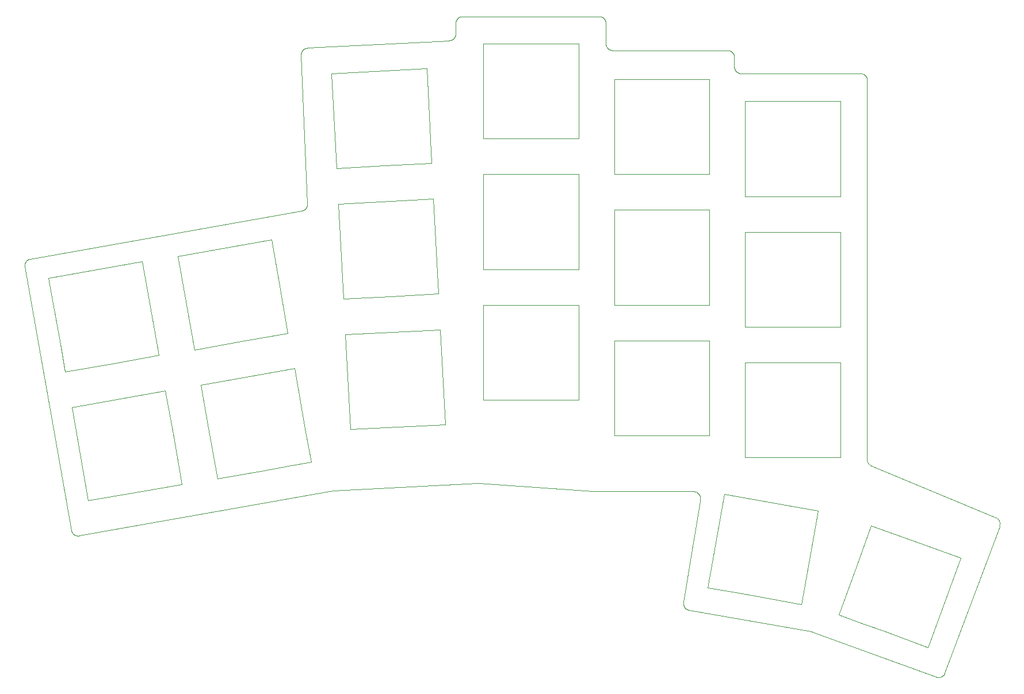
<source format=gm1>
%TF.GenerationSoftware,KiCad,Pcbnew,9.0.7-1.fc43*%
%TF.CreationDate,2026-02-09T14:10:20+11:00*%
%TF.ProjectId,BB36-plate,42423336-2d70-46c6-9174-652e6b696361,rev?*%
%TF.SameCoordinates,Original*%
%TF.FileFunction,Profile,NP*%
%FSLAX46Y46*%
G04 Gerber Fmt 4.6, Leading zero omitted, Abs format (unit mm)*
G04 Created by KiCad (PCBNEW 9.0.7-1.fc43) date 2026-02-09 14:10:20*
%MOMM*%
%LPD*%
G01*
G04 APERTURE LIST*
%TA.AperFunction,Profile*%
%ADD10C,0.050000*%
%TD*%
%TA.AperFunction,Profile*%
%ADD11C,0.049999*%
%TD*%
%ADD12C,0.049999*%
G04 APERTURE END LIST*
D10*
X216483267Y-114080504D02*
G75*
G02*
X217037229Y-115354227I-382767J-923796D01*
G01*
X208963186Y-136970897D02*
X217037257Y-115354237D01*
X198142203Y-106480743D02*
G75*
G02*
X197524990Y-105556910I382797J923843D01*
G01*
X198142203Y-106480743D02*
X216483267Y-114080504D01*
D11*
X207684392Y-137560100D02*
X207684484Y-137559993D01*
X172965795Y-111538188D02*
X172965795Y-111538203D01*
X157300985Y-110224193D02*
X157300992Y-110224193D01*
X118904790Y-110134990D02*
X118904790Y-110135005D01*
X80391898Y-115938792D02*
X80392000Y-115938792D01*
X114218892Y-45923297D02*
X114218896Y-45923297D01*
X178965780Y-48624202D02*
X178965764Y-48624202D01*
X140204792Y-109027400D02*
X119027593Y-110120998D01*
D12*
X80803520Y-116584422D02*
X80810874Y-116589518D01*
X80818272Y-116594547D01*
X80825713Y-116599509D01*
X80833198Y-116604404D01*
X80840726Y-116609231D01*
X80848296Y-116613991D01*
X80855908Y-116618682D01*
X80863561Y-116623305D01*
X80871255Y-116627859D01*
X80878989Y-116632344D01*
X80886762Y-116636760D01*
X80894574Y-116641105D01*
X80902425Y-116645381D01*
X80910314Y-116649586D01*
X80918239Y-116653720D01*
X80926202Y-116657784D01*
X80934200Y-116661775D01*
X80942235Y-116665696D01*
X80950303Y-116669544D01*
X80958407Y-116673320D01*
X80966543Y-116677024D01*
X80974713Y-116680654D01*
X80982915Y-116684212D01*
X80991149Y-116687696D01*
X80999414Y-116691107D01*
X81007710Y-116694443D01*
X81016035Y-116697705D01*
X81024389Y-116700893D01*
X81032772Y-116704006D01*
X81041183Y-116707044D01*
X81049620Y-116710007D01*
X81058084Y-116712895D01*
X81066574Y-116715706D01*
X81075089Y-116718442D01*
X81083629Y-116721102D01*
X81092192Y-116723685D01*
X81100778Y-116726191D01*
X81109386Y-116728621D01*
X81118016Y-116730974D01*
X81126666Y-116733249D01*
X81135337Y-116735447D01*
X81144027Y-116737568D01*
X81152736Y-116739610D01*
X81161464Y-116741575D01*
X81165834Y-116742528D01*
X81170208Y-116743462D01*
X81174586Y-116744376D01*
X81178969Y-116745270D01*
X81183355Y-116746145D01*
X81187746Y-116747000D01*
X81192140Y-116747835D01*
X81196538Y-116748651D01*
X81200939Y-116749447D01*
X81205344Y-116750224D01*
X81209752Y-116750981D01*
X81214164Y-116751718D01*
X81218579Y-116752435D01*
X81222997Y-116753133D01*
X81227418Y-116753811D01*
X81231842Y-116754469D01*
X81236269Y-116755107D01*
X81240699Y-116755725D01*
X81245131Y-116756324D01*
X81249566Y-116756903D01*
X81254004Y-116757462D01*
X81258444Y-116758001D01*
X81262886Y-116758520D01*
X81267331Y-116759019D01*
X81271777Y-116759499D01*
X81276226Y-116759958D01*
X81280677Y-116760398D01*
X81285130Y-116760817D01*
X81289584Y-116761217D01*
X81294041Y-116761597D01*
X81298498Y-116761957D01*
X81302958Y-116762297D01*
X81307418Y-116762617D01*
X81311881Y-116762917D01*
X81316344Y-116763197D01*
X81320808Y-116763457D01*
X81325274Y-116763697D01*
X81329741Y-116763918D01*
X81334208Y-116764118D01*
X81338677Y-116764298D01*
X81343145Y-116764458D01*
X81347615Y-116764598D01*
X81352085Y-116764718D01*
X81356556Y-116764819D01*
X81361027Y-116764899D01*
X81365499Y-116764959D01*
X81369970Y-116764999D01*
X81374442Y-116765019D01*
X81378913Y-116765019D01*
X81383386Y-116764999D01*
X81387857Y-116764960D01*
X81392329Y-116764900D01*
X81396799Y-116764820D01*
X81401270Y-116764720D01*
X81405740Y-116764600D01*
X81410210Y-116764460D01*
X81414678Y-116764300D01*
X81419147Y-116764120D01*
X81423614Y-116763920D01*
X81428081Y-116763700D01*
X81432546Y-116763460D01*
X81437011Y-116763201D01*
X81441473Y-116762921D01*
X81445936Y-116762621D01*
X81450396Y-116762301D01*
X81454856Y-116761961D01*
X81459313Y-116761602D01*
X81463770Y-116761222D01*
X81468224Y-116760822D01*
X81472678Y-116760403D01*
X81477128Y-116759963D01*
X81481578Y-116759504D01*
X81486025Y-116759025D01*
X81490471Y-116758525D01*
X81494913Y-116758006D01*
X81499355Y-116757467D01*
X81503792Y-116756908D01*
X81508230Y-116756329D01*
X81512663Y-116755731D01*
X81517095Y-116755112D01*
X81521523Y-116754474D01*
X81525950Y-116753816D01*
X81530372Y-116753138D01*
X81534793Y-116752440D01*
X81539210Y-116751722D01*
X81543626Y-116750985D01*
X81551099Y-116749690D01*
X80392000Y-115938792D02*
X80393593Y-115947595D01*
X80395265Y-115956383D01*
X80397015Y-115965154D01*
X80398843Y-115973909D01*
X80400749Y-115982646D01*
X80402732Y-115991365D01*
X80404794Y-116000065D01*
X80406933Y-116008746D01*
X80409150Y-116017407D01*
X80411444Y-116026047D01*
X80413815Y-116034667D01*
X80416263Y-116043264D01*
X80418787Y-116051839D01*
X80421389Y-116060391D01*
X80424066Y-116068920D01*
X80426820Y-116077424D01*
X80429650Y-116085904D01*
X80432555Y-116094357D01*
X80435536Y-116102785D01*
X80438593Y-116111186D01*
X80441724Y-116119559D01*
X80444931Y-116127904D01*
X80448211Y-116136220D01*
X80451567Y-116144507D01*
X80454996Y-116152764D01*
X80458499Y-116160990D01*
X80462076Y-116169184D01*
X80465726Y-116177347D01*
X80469449Y-116185477D01*
X80473245Y-116193573D01*
X80477113Y-116201636D01*
X80481053Y-116209664D01*
X80485065Y-116217656D01*
X80489148Y-116225613D01*
X80493303Y-116233533D01*
X80497528Y-116241416D01*
X80501824Y-116249261D01*
X80506189Y-116257067D01*
X80510625Y-116264834D01*
X80515130Y-116272562D01*
X80519704Y-116280249D01*
X80524346Y-116287894D01*
X80529057Y-116295499D01*
X80533836Y-116303060D01*
X80536251Y-116306825D01*
X80538682Y-116310579D01*
X80541130Y-116314322D01*
X80543595Y-116318054D01*
X80546077Y-116321775D01*
X80548575Y-116325485D01*
X80551090Y-116329184D01*
X80553622Y-116332872D01*
X80556169Y-116336548D01*
X80558734Y-116340213D01*
X80561314Y-116343866D01*
X80563911Y-116347507D01*
X80566524Y-116351137D01*
X80569154Y-116354755D01*
X80571799Y-116358362D01*
X80574461Y-116361956D01*
X80577139Y-116365539D01*
X80579832Y-116369110D01*
X80582542Y-116372668D01*
X80585267Y-116376214D01*
X80588009Y-116379748D01*
X80590766Y-116383270D01*
X80593538Y-116386779D01*
X80596327Y-116390276D01*
X80599131Y-116393760D01*
X80601950Y-116397232D01*
X80604785Y-116400691D01*
X80607636Y-116404138D01*
X80610501Y-116407571D01*
X80613383Y-116410992D01*
X80616279Y-116414399D01*
X80619191Y-116417794D01*
X80622117Y-116421176D01*
X80625059Y-116424544D01*
X80628016Y-116427899D01*
X80630988Y-116431242D01*
X80633974Y-116434570D01*
X80636976Y-116437885D01*
X80639992Y-116441187D01*
X80643023Y-116444475D01*
X80646068Y-116447749D01*
X80649129Y-116451010D01*
X80652203Y-116454257D01*
X80655293Y-116457491D01*
X80658396Y-116460710D01*
X80661515Y-116463916D01*
X80664647Y-116467107D01*
X80667794Y-116470285D01*
X80670954Y-116473448D01*
X80674129Y-116476597D01*
X80677318Y-116479732D01*
X80680521Y-116482853D01*
X80683738Y-116485959D01*
X80686969Y-116489051D01*
X80690213Y-116492128D01*
X80693472Y-116495191D01*
X80696743Y-116498239D01*
X80700030Y-116501273D01*
X80703328Y-116504291D01*
X80706641Y-116507296D01*
X80709967Y-116510284D01*
X80713307Y-116513259D01*
X80716660Y-116516218D01*
X80720026Y-116519163D01*
X80723405Y-116522092D01*
X80726798Y-116525007D01*
X80730203Y-116527906D01*
X80733622Y-116530790D01*
X80737053Y-116533658D01*
X80740498Y-116536512D01*
X80743955Y-116539350D01*
X80747425Y-116542173D01*
X80750907Y-116544979D01*
X80754403Y-116547772D01*
X80757911Y-116550547D01*
X80761432Y-116553308D01*
X80764964Y-116556052D01*
X80768510Y-116558782D01*
X80772067Y-116561495D01*
X80775637Y-116564193D01*
X80779219Y-116566874D01*
X80782814Y-116569540D01*
X80786420Y-116572190D01*
X80790039Y-116574824D01*
X80793668Y-116577441D01*
X80797311Y-116580044D01*
X80803520Y-116584422D01*
X80391898Y-115938792D02*
X78773969Y-106770494D01*
X73539499Y-77108401D01*
D11*
X157230596Y-110221690D02*
X140326795Y-109028499D01*
X136965795Y-42775401D02*
X136965795Y-41224200D01*
X197525000Y-49625000D02*
X197525000Y-105556910D01*
X171965795Y-110224193D02*
X157300992Y-110224193D01*
D12*
X159358686Y-44931308D02*
X159365040Y-44937606D01*
X159371450Y-44943846D01*
X159377914Y-44950028D01*
X159384433Y-44956151D01*
X159391006Y-44962215D01*
X159397632Y-44968220D01*
X159404311Y-44974164D01*
X159411042Y-44980049D01*
X159417826Y-44985873D01*
X159424661Y-44991635D01*
X159431547Y-44997336D01*
X159438484Y-45002976D01*
X159445470Y-45008552D01*
X159452506Y-45014067D01*
X159459592Y-45019517D01*
X159466725Y-45024905D01*
X159473907Y-45030228D01*
X159481136Y-45035487D01*
X159488412Y-45040681D01*
X159495734Y-45045810D01*
X159503102Y-45050874D01*
X159510515Y-45055871D01*
X159517973Y-45060802D01*
X159525475Y-45065666D01*
X159533020Y-45070464D01*
X159540608Y-45075193D01*
X159548239Y-45079855D01*
X159555911Y-45084448D01*
X159563624Y-45088973D01*
X159571377Y-45093429D01*
X159579171Y-45097816D01*
X159587003Y-45102132D01*
X159594874Y-45106379D01*
X159602783Y-45110555D01*
X159610729Y-45114661D01*
X159618712Y-45118695D01*
X159626731Y-45122658D01*
X159634785Y-45126549D01*
X159642874Y-45130368D01*
X159650997Y-45134115D01*
X159659153Y-45137789D01*
X159667342Y-45141390D01*
X159675563Y-45144918D01*
X159683815Y-45148372D01*
X159687952Y-45150071D01*
X159692098Y-45151752D01*
X159696250Y-45153414D01*
X159700410Y-45155058D01*
X159704578Y-45156683D01*
X159708753Y-45158289D01*
X159712934Y-45159877D01*
X159717123Y-45161446D01*
X159721319Y-45162997D01*
X159725522Y-45164528D01*
X159729731Y-45166041D01*
X159733948Y-45167535D01*
X159738170Y-45169010D01*
X159742400Y-45170466D01*
X159746636Y-45171903D01*
X159750878Y-45173321D01*
X159755126Y-45174720D01*
X159759381Y-45176101D01*
X159763642Y-45177462D01*
X159767909Y-45178804D01*
X159772182Y-45180127D01*
X159776460Y-45181431D01*
X159780745Y-45182715D01*
X159785035Y-45183981D01*
X159789330Y-45185227D01*
X159793632Y-45186454D01*
X159797938Y-45187662D01*
X159802250Y-45188850D01*
X159806567Y-45190020D01*
X159810890Y-45191170D01*
X159815217Y-45192300D01*
X159819550Y-45193411D01*
X159823887Y-45194503D01*
X159828229Y-45195575D01*
X159832576Y-45196628D01*
X159836927Y-45197662D01*
X159841283Y-45198675D01*
X159845644Y-45199670D01*
X159850008Y-45200645D01*
X159854378Y-45201600D01*
X159858751Y-45202536D01*
X159863129Y-45203452D01*
X159867510Y-45204349D01*
X159871895Y-45205226D01*
X159876284Y-45206083D01*
X159880678Y-45206921D01*
X159885074Y-45207739D01*
X159889475Y-45208538D01*
X159893878Y-45209316D01*
X159898286Y-45210075D01*
X159902696Y-45210814D01*
X159907111Y-45211534D01*
X159911527Y-45212234D01*
X159915948Y-45212914D01*
X159920370Y-45213574D01*
X159924797Y-45214214D01*
X159929226Y-45214835D01*
X159933658Y-45215436D01*
X159938092Y-45216017D01*
X159942529Y-45216578D01*
X159946968Y-45217119D01*
X159951411Y-45217640D01*
X159955854Y-45218142D01*
X159960302Y-45218624D01*
X159964750Y-45219085D01*
X159969201Y-45219527D01*
X159973653Y-45219949D01*
X159978109Y-45220351D01*
X159982565Y-45220733D01*
X159987024Y-45221095D01*
X159991484Y-45221437D01*
X159995946Y-45221760D01*
X160000409Y-45222062D01*
X160004874Y-45222344D01*
X160009340Y-45222607D01*
X160013808Y-45222849D01*
X160018276Y-45223072D01*
X160022746Y-45223274D01*
X160027216Y-45223456D01*
X160031689Y-45223619D01*
X160036161Y-45223761D01*
X160040636Y-45223884D01*
X160045109Y-45223986D01*
X160049585Y-45224069D01*
X160054060Y-45224131D01*
X160058537Y-45224174D01*
X160065793Y-45224200D01*
X159065793Y-44224200D02*
X159065833Y-44233147D01*
X159065953Y-44242091D01*
X159066153Y-44251033D01*
X159066432Y-44259973D01*
X159066792Y-44268908D01*
X159067231Y-44277840D01*
X159067750Y-44286766D01*
X159068349Y-44295687D01*
X159069028Y-44304602D01*
X159069786Y-44313510D01*
X159070624Y-44322410D01*
X159071542Y-44331303D01*
X159072539Y-44340186D01*
X159073615Y-44349061D01*
X159074771Y-44357925D01*
X159076005Y-44366779D01*
X159077320Y-44375622D01*
X159078713Y-44384452D01*
X159080185Y-44393270D01*
X159081736Y-44402074D01*
X159083365Y-44410865D01*
X159085073Y-44419640D01*
X159086860Y-44428401D01*
X159088725Y-44437145D01*
X159090668Y-44445872D01*
X159092689Y-44454582D01*
X159094789Y-44463274D01*
X159096965Y-44471947D01*
X159099220Y-44480601D01*
X159101552Y-44489234D01*
X159103961Y-44497847D01*
X159106447Y-44506438D01*
X159109009Y-44515006D01*
X159111649Y-44523552D01*
X159114365Y-44532074D01*
X159117157Y-44540571D01*
X159120024Y-44549044D01*
X159122968Y-44557490D01*
X159125987Y-44565911D01*
X159129082Y-44574304D01*
X159132251Y-44582669D01*
X159135495Y-44591006D01*
X159138814Y-44599313D01*
X159142207Y-44607591D01*
X159143931Y-44611718D01*
X159145673Y-44615838D01*
X159147434Y-44619949D01*
X159149214Y-44624053D01*
X159151011Y-44628149D01*
X159152827Y-44632237D01*
X159154661Y-44636317D01*
X159156514Y-44640388D01*
X159158385Y-44644451D01*
X159160274Y-44648506D01*
X159162180Y-44652552D01*
X159164105Y-44656590D01*
X159166048Y-44660619D01*
X159168010Y-44664639D01*
X159169988Y-44668651D01*
X159171985Y-44672653D01*
X159174000Y-44676647D01*
X159176033Y-44680631D01*
X159178083Y-44684607D01*
X159180151Y-44688573D01*
X159182237Y-44692530D01*
X159184341Y-44696477D01*
X159186462Y-44700415D01*
X159188600Y-44704344D01*
X159190757Y-44708262D01*
X159192930Y-44712171D01*
X159195121Y-44716070D01*
X159197330Y-44719960D01*
X159199556Y-44723839D01*
X159201799Y-44727709D01*
X159204060Y-44731568D01*
X159206338Y-44735418D01*
X159208632Y-44739256D01*
X159210945Y-44743085D01*
X159213274Y-44746903D01*
X159215620Y-44750711D01*
X159217983Y-44754508D01*
X159220363Y-44758294D01*
X159222760Y-44762070D01*
X159225174Y-44765835D01*
X159227605Y-44769589D01*
X159230052Y-44773332D01*
X159232516Y-44777064D01*
X159234997Y-44780786D01*
X159237494Y-44784495D01*
X159240009Y-44788194D01*
X159242539Y-44791881D01*
X159245086Y-44795558D01*
X159247649Y-44799222D01*
X159250229Y-44802876D01*
X159252825Y-44806517D01*
X159255437Y-44810147D01*
X159258066Y-44813765D01*
X159260711Y-44817371D01*
X159263371Y-44820965D01*
X159266048Y-44824548D01*
X159268741Y-44828119D01*
X159271450Y-44831678D01*
X159274175Y-44835223D01*
X159276916Y-44838758D01*
X159279672Y-44842279D01*
X159282444Y-44845790D01*
X159285232Y-44849286D01*
X159288036Y-44852772D01*
X159290855Y-44856243D01*
X159293690Y-44859703D01*
X159296540Y-44863150D01*
X159299406Y-44866585D01*
X159302287Y-44870006D01*
X159305184Y-44873415D01*
X159308095Y-44876810D01*
X159311022Y-44880193D01*
X159313964Y-44883563D01*
X159316922Y-44886920D01*
X159319894Y-44890263D01*
X159322882Y-44893594D01*
X159325884Y-44896910D01*
X159328902Y-44900215D01*
X159331934Y-44903504D01*
X159334982Y-44906782D01*
X159338043Y-44910045D01*
X159341120Y-44913295D01*
X159344211Y-44916531D01*
X159347318Y-44919754D01*
X159350438Y-44922963D01*
X159353574Y-44926158D01*
X159358686Y-44931308D01*
D11*
X118904790Y-110134990D02*
X81551099Y-116749690D01*
D12*
X115164991Y-44871600D02*
X125625876Y-44321049D01*
X136018392Y-43774097D01*
X197232107Y-48917892D02*
X197225753Y-48911594D01*
X197219344Y-48905355D01*
X197212880Y-48899173D01*
X197206362Y-48893050D01*
X197199790Y-48886987D01*
X197193165Y-48880982D01*
X197186486Y-48875038D01*
X197179755Y-48869153D01*
X197172972Y-48863330D01*
X197166138Y-48857567D01*
X197159252Y-48851866D01*
X197152316Y-48846227D01*
X197145329Y-48840651D01*
X197138294Y-48835137D01*
X197131209Y-48829686D01*
X197124076Y-48824299D01*
X197116894Y-48818976D01*
X197109666Y-48813717D01*
X197102390Y-48808523D01*
X197095068Y-48803394D01*
X197087700Y-48798331D01*
X197080288Y-48793333D01*
X197072830Y-48788402D01*
X197065328Y-48783538D01*
X197057783Y-48778741D01*
X197050196Y-48774011D01*
X197042565Y-48769350D01*
X197034894Y-48764756D01*
X197027181Y-48760231D01*
X197019428Y-48755776D01*
X197011634Y-48751389D01*
X197003802Y-48747072D01*
X196995931Y-48742826D01*
X196988022Y-48738649D01*
X196980076Y-48734544D01*
X196972094Y-48730509D01*
X196964075Y-48726546D01*
X196956021Y-48722655D01*
X196947932Y-48718836D01*
X196939809Y-48715089D01*
X196931653Y-48711415D01*
X196923464Y-48707814D01*
X196915244Y-48704287D01*
X196906992Y-48700832D01*
X196902854Y-48699133D01*
X196898709Y-48697452D01*
X196894556Y-48695790D01*
X196890396Y-48694146D01*
X196886229Y-48692521D01*
X196882054Y-48690915D01*
X196877872Y-48689327D01*
X196873683Y-48687758D01*
X196869488Y-48686207D01*
X196865285Y-48684676D01*
X196861075Y-48683163D01*
X196856859Y-48681669D01*
X196852636Y-48680194D01*
X196848407Y-48678738D01*
X196844171Y-48677301D01*
X196839928Y-48675883D01*
X196835680Y-48674483D01*
X196831425Y-48673103D01*
X196827164Y-48671742D01*
X196822897Y-48670400D01*
X196818625Y-48669077D01*
X196814346Y-48667773D01*
X196810062Y-48666488D01*
X196805771Y-48665223D01*
X196801476Y-48663976D01*
X196797174Y-48662749D01*
X196792868Y-48661541D01*
X196788556Y-48660353D01*
X196784239Y-48659183D01*
X196779916Y-48658033D01*
X196775589Y-48656903D01*
X196771256Y-48655792D01*
X196766919Y-48654700D01*
X196762577Y-48653627D01*
X196758230Y-48652575D01*
X196753878Y-48651541D01*
X196749523Y-48650527D01*
X196745162Y-48649533D01*
X196740797Y-48648558D01*
X196736428Y-48647602D01*
X196732055Y-48646666D01*
X196727677Y-48645750D01*
X196723296Y-48644853D01*
X196718910Y-48643976D01*
X196714521Y-48643119D01*
X196710128Y-48642281D01*
X196705731Y-48641463D01*
X196701330Y-48640664D01*
X196696927Y-48639886D01*
X196692519Y-48639127D01*
X196688109Y-48638387D01*
X196683695Y-48637668D01*
X196679278Y-48636968D01*
X196674857Y-48636288D01*
X196670435Y-48635628D01*
X196666008Y-48634987D01*
X196661579Y-48634367D01*
X196657147Y-48633766D01*
X196652713Y-48633185D01*
X196648276Y-48632624D01*
X196643837Y-48632082D01*
X196639394Y-48631561D01*
X196634950Y-48631059D01*
X196630503Y-48630578D01*
X196626055Y-48630116D01*
X196621603Y-48629674D01*
X196617151Y-48629252D01*
X196612696Y-48628850D01*
X196608240Y-48628468D01*
X196603780Y-48628106D01*
X196599321Y-48627763D01*
X196594858Y-48627441D01*
X196590396Y-48627139D01*
X196585930Y-48626856D01*
X196581465Y-48626594D01*
X196576997Y-48626351D01*
X196572529Y-48626129D01*
X196568058Y-48625926D01*
X196563588Y-48625744D01*
X196559115Y-48625581D01*
X196554643Y-48625439D01*
X196550169Y-48625316D01*
X196545695Y-48625214D01*
X196541219Y-48625131D01*
X196536744Y-48625069D01*
X196532267Y-48625026D01*
X196525000Y-48625000D01*
X197525000Y-49625000D02*
X197524960Y-49616054D01*
X197524840Y-49607109D01*
X197524640Y-49598167D01*
X197524361Y-49589228D01*
X197524001Y-49580293D01*
X197523562Y-49571362D01*
X197523043Y-49562436D01*
X197522444Y-49553515D01*
X197521765Y-49544601D01*
X197521007Y-49535693D01*
X197520169Y-49526793D01*
X197519251Y-49517900D01*
X197518254Y-49509017D01*
X197517178Y-49500142D01*
X197516022Y-49491278D01*
X197514787Y-49482424D01*
X197513473Y-49473582D01*
X197512080Y-49464752D01*
X197510608Y-49455934D01*
X197509057Y-49447130D01*
X197507428Y-49438340D01*
X197505720Y-49429564D01*
X197503933Y-49420804D01*
X197502068Y-49412060D01*
X197500125Y-49403332D01*
X197498103Y-49394622D01*
X197496004Y-49385930D01*
X197493827Y-49377257D01*
X197491573Y-49368604D01*
X197489241Y-49359970D01*
X197486832Y-49351358D01*
X197484346Y-49342767D01*
X197481783Y-49334198D01*
X197479144Y-49325653D01*
X197476428Y-49317131D01*
X197473636Y-49308633D01*
X197470768Y-49300160D01*
X197467824Y-49291714D01*
X197464805Y-49283293D01*
X197461710Y-49274900D01*
X197458541Y-49266535D01*
X197455297Y-49258198D01*
X197451978Y-49249890D01*
X197448585Y-49241613D01*
X197446861Y-49237485D01*
X197445118Y-49233366D01*
X197443357Y-49229254D01*
X197441578Y-49225150D01*
X197439780Y-49221054D01*
X197437964Y-49216966D01*
X197436130Y-49212886D01*
X197434277Y-49208814D01*
X197432407Y-49204751D01*
X197430518Y-49200696D01*
X197428611Y-49196650D01*
X197426686Y-49192612D01*
X197424743Y-49188583D01*
X197422782Y-49184563D01*
X197420803Y-49180551D01*
X197418806Y-49176549D01*
X197416791Y-49172555D01*
X197414758Y-49168570D01*
X197412708Y-49164595D01*
X197410639Y-49160629D01*
X197408554Y-49156672D01*
X197406450Y-49152724D01*
X197404329Y-49148786D01*
X197402190Y-49144858D01*
X197400034Y-49140939D01*
X197397860Y-49137030D01*
X197395669Y-49133130D01*
X197393460Y-49129241D01*
X197391234Y-49125361D01*
X197388991Y-49121491D01*
X197386730Y-49117632D01*
X197384452Y-49113783D01*
X197382158Y-49109944D01*
X197379845Y-49106115D01*
X197377516Y-49102297D01*
X197375170Y-49098489D01*
X197372807Y-49094692D01*
X197370426Y-49090905D01*
X197368030Y-49087130D01*
X197365615Y-49083364D01*
X197363185Y-49079610D01*
X197360737Y-49075867D01*
X197358273Y-49072135D01*
X197355792Y-49068413D01*
X197353295Y-49064703D01*
X197350781Y-49061004D01*
X197348250Y-49057317D01*
X197345703Y-49053640D01*
X197343140Y-49049976D01*
X197340560Y-49046322D01*
X197337964Y-49042681D01*
X197335351Y-49039051D01*
X197332723Y-49035433D01*
X197330078Y-49031826D01*
X197327417Y-49028232D01*
X197324740Y-49024649D01*
X197322047Y-49021079D01*
X197319338Y-49017519D01*
X197316614Y-49013973D01*
X197313872Y-49010439D01*
X197311116Y-49006917D01*
X197308344Y-49003407D01*
X197305556Y-48999910D01*
X197302752Y-48996425D01*
X197299933Y-48992953D01*
X197297098Y-48989493D01*
X197294248Y-48986046D01*
X197291382Y-48982611D01*
X197288501Y-48979190D01*
X197285604Y-48975781D01*
X197282692Y-48972385D01*
X197279765Y-48969002D01*
X197276823Y-48965632D01*
X197273865Y-48962275D01*
X197270893Y-48958932D01*
X197267905Y-48955601D01*
X197264903Y-48952284D01*
X197261885Y-48948980D01*
X197258853Y-48945690D01*
X197255805Y-48942412D01*
X197252744Y-48939149D01*
X197249666Y-48935899D01*
X197246575Y-48932663D01*
X197243469Y-48929439D01*
X197240349Y-48926231D01*
X197237213Y-48923035D01*
X197232107Y-48917892D01*
D11*
X160065793Y-45224200D02*
X176965795Y-45224200D01*
D12*
X158772901Y-40517093D02*
X158766547Y-40510795D01*
X158760137Y-40504555D01*
X158753673Y-40498373D01*
X158747154Y-40492250D01*
X158740581Y-40486186D01*
X158733955Y-40480181D01*
X158727276Y-40474237D01*
X158720545Y-40468352D01*
X158713761Y-40462528D01*
X158706926Y-40456766D01*
X158700040Y-40451064D01*
X158693103Y-40445425D01*
X158686117Y-40439848D01*
X158679080Y-40434334D01*
X158671995Y-40428883D01*
X158664862Y-40423496D01*
X158657680Y-40418173D01*
X158650451Y-40412914D01*
X158643175Y-40407720D01*
X158635853Y-40402591D01*
X158628485Y-40397527D01*
X158621071Y-40392530D01*
X158613614Y-40387599D01*
X158606112Y-40382734D01*
X158598566Y-40377937D01*
X158590978Y-40373208D01*
X158583348Y-40368546D01*
X158575676Y-40363952D01*
X158567963Y-40359427D01*
X158560209Y-40354972D01*
X158552416Y-40350585D01*
X158544583Y-40346268D01*
X158536712Y-40342022D01*
X158528803Y-40337845D01*
X158520857Y-40333740D01*
X158512874Y-40329705D01*
X158504855Y-40325742D01*
X158496801Y-40321851D01*
X158488712Y-40318032D01*
X158480590Y-40314285D01*
X158472433Y-40310611D01*
X158464245Y-40307010D01*
X158456024Y-40303483D01*
X158447771Y-40300029D01*
X158443634Y-40298329D01*
X158439489Y-40296648D01*
X158435336Y-40294986D01*
X158431176Y-40293342D01*
X158427008Y-40291717D01*
X158422834Y-40290111D01*
X158418652Y-40288523D01*
X158414463Y-40286954D01*
X158410267Y-40285404D01*
X158406065Y-40283872D01*
X158401855Y-40282360D01*
X158397639Y-40280866D01*
X158393416Y-40279391D01*
X158389186Y-40277935D01*
X158384951Y-40276497D01*
X158380708Y-40275079D01*
X158376460Y-40273680D01*
X158372205Y-40272300D01*
X158367944Y-40270939D01*
X158363677Y-40269597D01*
X158359405Y-40268274D01*
X158355126Y-40266970D01*
X158350842Y-40265685D01*
X158346551Y-40264419D01*
X158342256Y-40263173D01*
X158337954Y-40261946D01*
X158333648Y-40260738D01*
X158329336Y-40259550D01*
X158325019Y-40258381D01*
X158320696Y-40257231D01*
X158316369Y-40256100D01*
X158312036Y-40254989D01*
X158307699Y-40253897D01*
X158303357Y-40252825D01*
X158299011Y-40251772D01*
X158294659Y-40250739D01*
X158290303Y-40249725D01*
X158285942Y-40248730D01*
X158281578Y-40247755D01*
X158277208Y-40246800D01*
X158272835Y-40245864D01*
X158268458Y-40244948D01*
X158264077Y-40244051D01*
X158259691Y-40243174D01*
X158255302Y-40242317D01*
X158250908Y-40241479D01*
X158246512Y-40240661D01*
X158242111Y-40239863D01*
X158237708Y-40239084D01*
X158233300Y-40238325D01*
X158228890Y-40237586D01*
X158224476Y-40236866D01*
X158220059Y-40236166D01*
X158215638Y-40235486D01*
X158211216Y-40234826D01*
X158206789Y-40234186D01*
X158202361Y-40233565D01*
X158197928Y-40232964D01*
X158193494Y-40232383D01*
X158189057Y-40231822D01*
X158184618Y-40231281D01*
X158180175Y-40230760D01*
X158175732Y-40230258D01*
X158171285Y-40229777D01*
X158166836Y-40229315D01*
X158162385Y-40228873D01*
X158157933Y-40228451D01*
X158153477Y-40228049D01*
X158149021Y-40227667D01*
X158144562Y-40227305D01*
X158140103Y-40226963D01*
X158135640Y-40226640D01*
X158131178Y-40226338D01*
X158126712Y-40226056D01*
X158122247Y-40225793D01*
X158117779Y-40225551D01*
X158113311Y-40225328D01*
X158108840Y-40225126D01*
X158104370Y-40224944D01*
X158099897Y-40224781D01*
X158095425Y-40224639D01*
X158090951Y-40224516D01*
X158086477Y-40224414D01*
X158082002Y-40224331D01*
X158077527Y-40224269D01*
X158073050Y-40224226D01*
X158065793Y-40224200D01*
X159065793Y-41224200D02*
X159065753Y-41215253D01*
X159065633Y-41206309D01*
X159065433Y-41197366D01*
X159065154Y-41188427D01*
X159064794Y-41179492D01*
X159064355Y-41170560D01*
X159063836Y-41161634D01*
X159063237Y-41152713D01*
X159062558Y-41143798D01*
X159061800Y-41134890D01*
X159060962Y-41125989D01*
X159060044Y-41117097D01*
X159059047Y-41108213D01*
X159057971Y-41099339D01*
X159056815Y-41090474D01*
X159055581Y-41081620D01*
X159054266Y-41072778D01*
X159052873Y-41063948D01*
X159051401Y-41055130D01*
X159049850Y-41046325D01*
X159048221Y-41037535D01*
X159046513Y-41028759D01*
X159044726Y-41019999D01*
X159042861Y-41011255D01*
X159040918Y-41002527D01*
X159038897Y-40993817D01*
X159036798Y-40985125D01*
X159034621Y-40976452D01*
X159032366Y-40967799D01*
X159030034Y-40959165D01*
X159027626Y-40950553D01*
X159025140Y-40941962D01*
X159022577Y-40933393D01*
X159019937Y-40924848D01*
X159017222Y-40916326D01*
X159014430Y-40907828D01*
X159011562Y-40899356D01*
X159008618Y-40890909D01*
X159005599Y-40882489D01*
X159002504Y-40874096D01*
X158999335Y-40865731D01*
X158996091Y-40857394D01*
X158992772Y-40849087D01*
X158989380Y-40840809D01*
X158987656Y-40836682D01*
X158985913Y-40832562D01*
X158984152Y-40828450D01*
X158982373Y-40824346D01*
X158980575Y-40820251D01*
X158978759Y-40816163D01*
X158976925Y-40812083D01*
X158975072Y-40808012D01*
X158973202Y-40803948D01*
X158971313Y-40799894D01*
X158969406Y-40795848D01*
X158967481Y-40791810D01*
X158965538Y-40787781D01*
X158963577Y-40783760D01*
X158961598Y-40779749D01*
X158959601Y-40775747D01*
X158957586Y-40771753D01*
X158955554Y-40767768D01*
X158953503Y-40763793D01*
X158951435Y-40759827D01*
X158949349Y-40755870D01*
X158947246Y-40751923D01*
X158945125Y-40747985D01*
X158942986Y-40744056D01*
X158940830Y-40740138D01*
X158938656Y-40736229D01*
X158936465Y-40732330D01*
X158934256Y-40728440D01*
X158932030Y-40724561D01*
X158929787Y-40720691D01*
X158927527Y-40716832D01*
X158925249Y-40712983D01*
X158922954Y-40709144D01*
X158920642Y-40705315D01*
X158918313Y-40701497D01*
X158915966Y-40697689D01*
X158913603Y-40693893D01*
X158911223Y-40690106D01*
X158908826Y-40686330D01*
X158906412Y-40682565D01*
X158903982Y-40678811D01*
X158901534Y-40675068D01*
X158899070Y-40671336D01*
X158896589Y-40667615D01*
X158894092Y-40663905D01*
X158891578Y-40660206D01*
X158889048Y-40656519D01*
X158886500Y-40652842D01*
X158883937Y-40649178D01*
X158881357Y-40645525D01*
X158878762Y-40641884D01*
X158876149Y-40638253D01*
X158873521Y-40634636D01*
X158870876Y-40631029D01*
X158868215Y-40627435D01*
X158865538Y-40623852D01*
X158862846Y-40620282D01*
X158860136Y-40616723D01*
X158857412Y-40613177D01*
X158854671Y-40609642D01*
X158851915Y-40606121D01*
X158849142Y-40602611D01*
X158846355Y-40599114D01*
X158843551Y-40595629D01*
X158840732Y-40592157D01*
X158837897Y-40588697D01*
X158835047Y-40585251D01*
X158832181Y-40581816D01*
X158829300Y-40578395D01*
X158826403Y-40574986D01*
X158823492Y-40571590D01*
X158820564Y-40568207D01*
X158817622Y-40564838D01*
X158814664Y-40561481D01*
X158811692Y-40558138D01*
X158808704Y-40554807D01*
X158805702Y-40551490D01*
X158802684Y-40548186D01*
X158799653Y-40544896D01*
X158796605Y-40541619D01*
X158793543Y-40538356D01*
X158790466Y-40535105D01*
X158787375Y-40531869D01*
X158784269Y-40528646D01*
X158781149Y-40525438D01*
X158778013Y-40522242D01*
X158772901Y-40517093D01*
X170511091Y-126566386D02*
X170509588Y-126575292D01*
X170508166Y-126584202D01*
X170506824Y-126593116D01*
X170505562Y-126602034D01*
X170504380Y-126610955D01*
X170503279Y-126619879D01*
X170502258Y-126628805D01*
X170501316Y-126637734D01*
X170500455Y-126646664D01*
X170499675Y-126655596D01*
X170498974Y-126664529D01*
X170498353Y-126673462D01*
X170497812Y-126682396D01*
X170497352Y-126691329D01*
X170496971Y-126700262D01*
X170496671Y-126709194D01*
X170496450Y-126718124D01*
X170496310Y-126727052D01*
X170496249Y-126735978D01*
X170496268Y-126744901D01*
X170496368Y-126753820D01*
X170496547Y-126762736D01*
X170496805Y-126771648D01*
X170497144Y-126780554D01*
X170497563Y-126789456D01*
X170498061Y-126798352D01*
X170498639Y-126807242D01*
X170499296Y-126816125D01*
X170500033Y-126825001D01*
X170500850Y-126833869D01*
X170501746Y-126842728D01*
X170502721Y-126851579D01*
X170503776Y-126860421D01*
X170504911Y-126869253D01*
X170506124Y-126878074D01*
X170507417Y-126886884D01*
X170508788Y-126895683D01*
X170510239Y-126904469D01*
X170511769Y-126913243D01*
X170513377Y-126922004D01*
X170515064Y-126930750D01*
X170516830Y-126939483D01*
X170518674Y-126948200D01*
X170520597Y-126956901D01*
X170522597Y-126965586D01*
X170524676Y-126974254D01*
X170526833Y-126982904D01*
X170529068Y-126991537D01*
X170531381Y-127000150D01*
X170533771Y-127008744D01*
X170536238Y-127017318D01*
X170538783Y-127025871D01*
X170541404Y-127034403D01*
X170544103Y-127042912D01*
X170546878Y-127051399D01*
X170549730Y-127059862D01*
X170552657Y-127068302D01*
X170555661Y-127076716D01*
X170558741Y-127085105D01*
X170561896Y-127093468D01*
X170565127Y-127101805D01*
X170568433Y-127110113D01*
X170571813Y-127118394D01*
X170575268Y-127126646D01*
X170578798Y-127134868D01*
X170582401Y-127143059D01*
X170586079Y-127151220D01*
X170589829Y-127159350D01*
X170593653Y-127167447D01*
X170597550Y-127175510D01*
X170601519Y-127183540D01*
X170605560Y-127191536D01*
X170609674Y-127199497D01*
X170613858Y-127207421D01*
X170618114Y-127215309D01*
X170622441Y-127223160D01*
X170626838Y-127230973D01*
X170631305Y-127238748D01*
X170635842Y-127246483D01*
X170640448Y-127254178D01*
X170645122Y-127261832D01*
X170649866Y-127269445D01*
X170654677Y-127277016D01*
X170659556Y-127284544D01*
X170664502Y-127292028D01*
X170669515Y-127299469D01*
X170674594Y-127306865D01*
X170679739Y-127314215D01*
X170682336Y-127317873D01*
X170684950Y-127321519D01*
X170687579Y-127325154D01*
X170690225Y-127328777D01*
X170692887Y-127332388D01*
X170695565Y-127335987D01*
X170698259Y-127339574D01*
X170700968Y-127343149D01*
X170703694Y-127346712D01*
X170706436Y-127350262D01*
X170709193Y-127353801D01*
X170711966Y-127357326D01*
X170714754Y-127360840D01*
X170717559Y-127364341D01*
X170720378Y-127367828D01*
X170723213Y-127371304D01*
X170726064Y-127374766D01*
X170728929Y-127378216D01*
X170731810Y-127381653D01*
X170734707Y-127385077D01*
X170737618Y-127388487D01*
X170740544Y-127391885D01*
X170743485Y-127395269D01*
X170746442Y-127398640D01*
X170749413Y-127401997D01*
X170752399Y-127405341D01*
X170755399Y-127408671D01*
X170758415Y-127411988D01*
X170761444Y-127415291D01*
X170764489Y-127418581D01*
X170767548Y-127421856D01*
X170770621Y-127425118D01*
X170773708Y-127428365D01*
X170776810Y-127431599D01*
X170779926Y-127434818D01*
X170783056Y-127438024D01*
X170786200Y-127441214D01*
X170789359Y-127444392D01*
X170792530Y-127447553D01*
X170795717Y-127450702D01*
X170798916Y-127453835D01*
X170802130Y-127456954D01*
X170805356Y-127460057D01*
X170808597Y-127463147D01*
X170811851Y-127466221D01*
X170815119Y-127469282D01*
X170818399Y-127472326D01*
X170821693Y-127475356D01*
X170825000Y-127478371D01*
X170828321Y-127481371D01*
X170831654Y-127484355D01*
X170835001Y-127487325D01*
X170838360Y-127490278D01*
X170841733Y-127493218D01*
X170845118Y-127496141D01*
X170848516Y-127499049D01*
X170851926Y-127501941D01*
X170855350Y-127504818D01*
X170858785Y-127507679D01*
X170862233Y-127510525D01*
X170865693Y-127513354D01*
X170869166Y-127516169D01*
X170872651Y-127518966D01*
X170876149Y-127521749D01*
X170879657Y-127524515D01*
X170883179Y-127527266D01*
X170886711Y-127529999D01*
X170890257Y-127532718D01*
X170893813Y-127535419D01*
X170897383Y-127538106D01*
X170900962Y-127540775D01*
X170904555Y-127543428D01*
X170908157Y-127546064D01*
X170911773Y-127548685D01*
X170915398Y-127551289D01*
X170919037Y-127553877D01*
X170922685Y-127556447D01*
X170926346Y-127559002D01*
X170930016Y-127561539D01*
X170933699Y-127564060D01*
X170937391Y-127566564D01*
X170941096Y-127569051D01*
X170944810Y-127571521D01*
X170948536Y-127573976D01*
X170952272Y-127576412D01*
X170956020Y-127578832D01*
X170959777Y-127581234D01*
X170963545Y-127583620D01*
X170967323Y-127585988D01*
X170971113Y-127588340D01*
X170974911Y-127590674D01*
X170978721Y-127592992D01*
X170982540Y-127595291D01*
X170986370Y-127597574D01*
X170990209Y-127599839D01*
X170994060Y-127602087D01*
X170997918Y-127604317D01*
X171001788Y-127606531D01*
X171005667Y-127608726D01*
X171009556Y-127610904D01*
X171013454Y-127613064D01*
X171017363Y-127615208D01*
X171021279Y-127617332D01*
X171025207Y-127619441D01*
X171029143Y-127621530D01*
X171033089Y-127623603D01*
X171037043Y-127625657D01*
X171041008Y-127627694D01*
X171044981Y-127629712D01*
X171048964Y-127631714D01*
X171052954Y-127633696D01*
X171056955Y-127635662D01*
X171060963Y-127637609D01*
X171064982Y-127639539D01*
X171069008Y-127641449D01*
X171073045Y-127643343D01*
X171077088Y-127645218D01*
X171081141Y-127647075D01*
X171085201Y-127648914D01*
X171089272Y-127650735D01*
X171093349Y-127652537D01*
X171097436Y-127654322D01*
X171101530Y-127656088D01*
X171105634Y-127657836D01*
X171109744Y-127659566D01*
X171113864Y-127661277D01*
X171117990Y-127662970D01*
X171122126Y-127664645D01*
X171126268Y-127666301D01*
X171130420Y-127667939D01*
X171134578Y-127669558D01*
X171138745Y-127671160D01*
X171142919Y-127672742D01*
X171147102Y-127674306D01*
X171151290Y-127675851D01*
X171155488Y-127677378D01*
X171159692Y-127678886D01*
X171163905Y-127680376D01*
X171168123Y-127681847D01*
X171172351Y-127683300D01*
X171176584Y-127684733D01*
X171180826Y-127686149D01*
X171185074Y-127687545D01*
X171189331Y-127688923D01*
X171193592Y-127690281D01*
X171197863Y-127691622D01*
X171202139Y-127692943D01*
X171206423Y-127694245D01*
X171210713Y-127695529D01*
X171215011Y-127696794D01*
X171219314Y-127698039D01*
X171223626Y-127699267D01*
X171227943Y-127700474D01*
X171232268Y-127701664D01*
X171236598Y-127702834D01*
X171240936Y-127703985D01*
X171245279Y-127705117D01*
X171249631Y-127706231D01*
X171253986Y-127707325D01*
X171258350Y-127708400D01*
X171262719Y-127709456D01*
X171267096Y-127710493D01*
X171271476Y-127711511D01*
X171275866Y-127712510D01*
X171280259Y-127713489D01*
X171284660Y-127714450D01*
X171289065Y-127715391D01*
X171293479Y-127716313D01*
X171297896Y-127717216D01*
X171302322Y-127718100D01*
X171306751Y-127718964D01*
X171311188Y-127719809D01*
X171315629Y-127720635D01*
X171320078Y-127721442D01*
X171323194Y-127721995D01*
X114294496Y-68878398D02*
X114303358Y-68876790D01*
X114312198Y-68875104D01*
X114321017Y-68873342D01*
X114329813Y-68871502D01*
X114338587Y-68869585D01*
X114347338Y-68867592D01*
X114356065Y-68865522D01*
X114364769Y-68863376D01*
X114373448Y-68861153D01*
X114382103Y-68858854D01*
X114390733Y-68856479D01*
X114399337Y-68854028D01*
X114407916Y-68851502D01*
X114416468Y-68848900D01*
X114424994Y-68846222D01*
X114433492Y-68843470D01*
X114441963Y-68840642D01*
X114450406Y-68837739D01*
X114458821Y-68834762D01*
X114467206Y-68831710D01*
X114475562Y-68828584D01*
X114483889Y-68825384D01*
X114492184Y-68822109D01*
X114500449Y-68818761D01*
X114508683Y-68815340D01*
X114516885Y-68811845D01*
X114525055Y-68808277D01*
X114533191Y-68804636D01*
X114541295Y-68800923D01*
X114549365Y-68797137D01*
X114557400Y-68793279D01*
X114565400Y-68789349D01*
X114573365Y-68785347D01*
X114581294Y-68781274D01*
X114589187Y-68777130D01*
X114597043Y-68772915D01*
X114604861Y-68768629D01*
X114612641Y-68764273D01*
X114620382Y-68759847D01*
X114628084Y-68755352D01*
X114635747Y-68750787D01*
X114643369Y-68746153D01*
X114650950Y-68741450D01*
X114658490Y-68736679D01*
X114665988Y-68731840D01*
X114673444Y-68726934D01*
X114680856Y-68721959D01*
X114688225Y-68716918D01*
X114695549Y-68711811D01*
X114702829Y-68706637D01*
X114710063Y-68701397D01*
X114717251Y-68696092D01*
X114724392Y-68690722D01*
X114731487Y-68685287D01*
X114738534Y-68679789D01*
X114745532Y-68674226D01*
X114752482Y-68668600D01*
X114759382Y-68662911D01*
X114766232Y-68657160D01*
X114773031Y-68651347D01*
X114779780Y-68645473D01*
X114786476Y-68639537D01*
X114793120Y-68633541D01*
X114799712Y-68627485D01*
X114806250Y-68621370D01*
X114812734Y-68615195D01*
X114819163Y-68608963D01*
X114825537Y-68602672D01*
X114831855Y-68596324D01*
X114838118Y-68589919D01*
X114844323Y-68583457D01*
X114850471Y-68576940D01*
X114856561Y-68570368D01*
X114862593Y-68563741D01*
X114868566Y-68557060D01*
X114874479Y-68550325D01*
X114880332Y-68543538D01*
X114886125Y-68536699D01*
X114891857Y-68529807D01*
X114897527Y-68522865D01*
X114903135Y-68515872D01*
X114905915Y-68512357D01*
X114908680Y-68508829D01*
X114911429Y-68505289D01*
X114914162Y-68501737D01*
X114916880Y-68498173D01*
X114919581Y-68494597D01*
X114922267Y-68491009D01*
X114924936Y-68487408D01*
X114927589Y-68483796D01*
X114930227Y-68480172D01*
X114932847Y-68476537D01*
X114935452Y-68472890D01*
X114938040Y-68469231D01*
X114940612Y-68465561D01*
X114943167Y-68461880D01*
X114945706Y-68458187D01*
X114948228Y-68454483D01*
X114950734Y-68450768D01*
X114953223Y-68447042D01*
X114955695Y-68443305D01*
X114958150Y-68439557D01*
X114960589Y-68435798D01*
X114963010Y-68432029D01*
X114965415Y-68428249D01*
X114967803Y-68424459D01*
X114970173Y-68420658D01*
X114972527Y-68416846D01*
X114974863Y-68413025D01*
X114977182Y-68409193D01*
X114979484Y-68405351D01*
X114981769Y-68401499D01*
X114984036Y-68397637D01*
X114986286Y-68393765D01*
X114988518Y-68389883D01*
X114990733Y-68385992D01*
X114992931Y-68382091D01*
X114995110Y-68378181D01*
X114997272Y-68374260D01*
X114999417Y-68370331D01*
X115001544Y-68366392D01*
X115003652Y-68362445D01*
X115005744Y-68358487D01*
X115007817Y-68354522D01*
X115009872Y-68350546D01*
X115011910Y-68346563D01*
X115013929Y-68342569D01*
X115015931Y-68338569D01*
X115017914Y-68334558D01*
X115019879Y-68330540D01*
X115021827Y-68326512D01*
X115023756Y-68322478D01*
X115025667Y-68318433D01*
X115027559Y-68314382D01*
X115029433Y-68310321D01*
X115031289Y-68306254D01*
X115033127Y-68302177D01*
X115034946Y-68298094D01*
X115036747Y-68294001D01*
X115038529Y-68289903D01*
X115040293Y-68285795D01*
X115042038Y-68281681D01*
X115043765Y-68277558D01*
X115045472Y-68273429D01*
X115047162Y-68269292D01*
X115048833Y-68265149D01*
X115050485Y-68260997D01*
X115052118Y-68256839D01*
X115053733Y-68252673D01*
X115055328Y-68248502D01*
X115056905Y-68244322D01*
X115058463Y-68240137D01*
X115060003Y-68235944D01*
X115061523Y-68231746D01*
X115063024Y-68227540D01*
X115064507Y-68223329D01*
X115065970Y-68219110D01*
X115067414Y-68214886D01*
X115068840Y-68210655D01*
X115070246Y-68206419D01*
X115071634Y-68202175D01*
X115073002Y-68197927D01*
X115074351Y-68193672D01*
X115075680Y-68189412D01*
X115076991Y-68185145D01*
X115078282Y-68180874D01*
X115079555Y-68176596D01*
X115080808Y-68172314D01*
X115082042Y-68168025D01*
X115083256Y-68163733D01*
X115084451Y-68159433D01*
X115085626Y-68155130D01*
X115086783Y-68150820D01*
X115087920Y-68146507D01*
X115089038Y-68142186D01*
X115090136Y-68137863D01*
X115091215Y-68133534D01*
X115092274Y-68129201D01*
X115093314Y-68124862D01*
X115094334Y-68120520D01*
X115095335Y-68116171D01*
X115096316Y-68111821D01*
X115097278Y-68107463D01*
X115098220Y-68103104D01*
X115099143Y-68098738D01*
X115100046Y-68094370D01*
X115100930Y-68089996D01*
X115101794Y-68085620D01*
X115102638Y-68081238D01*
X115103463Y-68076854D01*
X115104268Y-68072464D01*
X115105053Y-68068073D01*
X115105819Y-68063675D01*
X115106565Y-68059277D01*
X115107291Y-68054872D01*
X115107998Y-68050466D01*
X115108685Y-68046055D01*
X115109352Y-68041642D01*
X115109999Y-68037224D01*
X115110627Y-68032805D01*
X115111235Y-68028381D01*
X115111822Y-68023955D01*
X115112391Y-68019525D01*
X115112939Y-68015093D01*
X115113468Y-68010657D01*
X115113976Y-68006220D01*
X115114466Y-68001778D01*
X115114935Y-67997335D01*
X115115384Y-67992887D01*
X115115813Y-67988440D01*
X115116223Y-67983987D01*
X115116612Y-67979534D01*
X115116982Y-67975076D01*
X115117332Y-67970619D01*
X115117662Y-67966156D01*
X115117972Y-67961694D01*
X115118262Y-67957227D01*
X115118532Y-67952761D01*
X115118783Y-67948290D01*
X115119013Y-67943819D01*
X115119224Y-67939344D01*
X115119414Y-67934870D01*
X115119584Y-67930391D01*
X115119735Y-67925913D01*
X115119865Y-67921431D01*
X115119976Y-67916950D01*
X115120066Y-67912464D01*
X115120137Y-67907979D01*
X115120188Y-67903491D01*
X115120218Y-67899003D01*
X115120229Y-67894512D01*
X115120219Y-67890021D01*
X115120190Y-67885527D01*
X115120140Y-67881034D01*
X115120070Y-67876538D01*
X115119981Y-67872042D01*
X115119871Y-67867543D01*
X115119741Y-67863046D01*
X115119592Y-67858545D01*
X115119422Y-67854045D01*
X115119232Y-67849543D01*
X115118795Y-67840602D01*
D11*
X178965780Y-48624202D02*
X196525000Y-48624202D01*
X172951093Y-111708888D02*
X172965795Y-111538203D01*
D12*
X136018392Y-43774097D02*
X136027399Y-43773582D01*
X136036392Y-43772987D01*
X136045373Y-43772314D01*
X136054339Y-43771561D01*
X136063292Y-43770729D01*
X136072231Y-43769819D01*
X136081155Y-43768829D01*
X136090063Y-43767761D01*
X136098957Y-43766614D01*
X136107834Y-43765389D01*
X136116695Y-43764085D01*
X136125540Y-43762703D01*
X136134367Y-43761243D01*
X136143177Y-43759705D01*
X136151969Y-43758089D01*
X136160743Y-43756395D01*
X136169498Y-43754623D01*
X136178233Y-43752774D01*
X136186949Y-43750847D01*
X136195645Y-43748842D01*
X136204320Y-43746761D01*
X136212974Y-43744602D01*
X136221607Y-43742366D01*
X136230217Y-43740054D01*
X136238805Y-43737665D01*
X136247370Y-43735199D01*
X136255912Y-43732657D01*
X136264429Y-43730039D01*
X136272922Y-43727344D01*
X136281390Y-43724574D01*
X136289833Y-43721728D01*
X136298249Y-43718806D01*
X136306639Y-43715809D01*
X136315002Y-43712737D01*
X136323337Y-43709590D01*
X136331644Y-43706368D01*
X136339922Y-43703071D01*
X136348171Y-43699700D01*
X136356390Y-43696255D01*
X136364578Y-43692736D01*
X136372736Y-43689144D01*
X136380862Y-43685478D01*
X136388956Y-43681739D01*
X136397017Y-43677927D01*
X136405044Y-43674042D01*
X136413038Y-43670085D01*
X136420997Y-43666055D01*
X136428922Y-43661954D01*
X136436810Y-43657781D01*
X136444662Y-43653537D01*
X136452478Y-43649223D01*
X136460256Y-43644837D01*
X136467995Y-43640381D01*
X136475696Y-43635856D01*
X136483358Y-43631260D01*
X136490979Y-43626596D01*
X136498560Y-43621862D01*
X136506100Y-43617060D01*
X136513598Y-43612190D01*
X136521054Y-43607252D01*
X136528467Y-43602247D01*
X136535835Y-43597174D01*
X136543160Y-43592036D01*
X136550440Y-43586830D01*
X136557674Y-43581560D01*
X136564862Y-43576223D01*
X136572003Y-43570822D01*
X136579097Y-43565357D01*
X136586143Y-43559827D01*
X136593140Y-43554235D01*
X136600088Y-43548579D01*
X136606986Y-43542860D01*
X136613834Y-43537079D01*
X136620630Y-43531237D01*
X136627375Y-43525334D01*
X136634068Y-43519370D01*
X136640708Y-43513347D01*
X136647294Y-43507263D01*
X136653827Y-43501121D01*
X136660304Y-43494920D01*
X136666727Y-43488662D01*
X136673094Y-43482346D01*
X136679404Y-43475973D01*
X136685658Y-43469544D01*
X136691854Y-43463059D01*
X136694930Y-43459796D01*
X136697992Y-43456519D01*
X136701039Y-43453229D01*
X136704072Y-43449925D01*
X136707089Y-43446608D01*
X136710092Y-43443277D01*
X136713080Y-43439933D01*
X136716053Y-43436575D01*
X136719011Y-43433205D01*
X136721954Y-43429821D01*
X136724881Y-43426425D01*
X136727793Y-43423015D01*
X136730690Y-43419592D01*
X136733572Y-43416157D01*
X136736438Y-43412709D01*
X136739289Y-43409248D01*
X136742124Y-43405775D01*
X136744944Y-43402289D01*
X136747748Y-43398791D01*
X136750536Y-43395280D01*
X136753308Y-43391758D01*
X136756065Y-43388222D01*
X136758805Y-43384675D01*
X136761530Y-43381116D01*
X136764238Y-43377545D01*
X136766931Y-43373962D01*
X136769607Y-43370367D01*
X136772267Y-43366761D01*
X136774911Y-43363143D01*
X136777538Y-43359513D01*
X136780149Y-43355872D01*
X136782744Y-43352219D01*
X136785322Y-43348555D01*
X136787884Y-43344880D01*
X136790428Y-43341194D01*
X136792957Y-43337496D01*
X136795468Y-43333788D01*
X136797963Y-43330069D01*
X136800441Y-43326339D01*
X136802902Y-43322597D01*
X136805346Y-43318846D01*
X136807774Y-43315084D01*
X136810184Y-43311311D01*
X136812577Y-43307528D01*
X136814953Y-43303735D01*
X136817312Y-43299930D01*
X136819653Y-43296117D01*
X136821978Y-43292292D01*
X136824284Y-43288459D01*
X136826574Y-43284614D01*
X136828846Y-43280760D01*
X136831101Y-43276896D01*
X136833338Y-43273023D01*
X136835559Y-43269139D01*
X136837760Y-43265247D01*
X136839945Y-43261344D01*
X136842112Y-43257433D01*
X136844261Y-43253512D01*
X136846392Y-43249582D01*
X136848506Y-43245642D01*
X136850602Y-43241695D01*
X136852680Y-43237736D01*
X136854740Y-43233771D01*
X136856782Y-43229795D01*
X136858806Y-43225812D01*
X136860812Y-43221818D01*
X136862800Y-43217818D01*
X136864770Y-43213807D01*
X136866721Y-43209790D01*
X136868655Y-43205763D01*
X136870570Y-43201728D01*
X136872467Y-43197685D01*
X136874345Y-43193634D01*
X136876206Y-43189574D01*
X136878048Y-43185508D01*
X136879872Y-43181432D01*
X136881677Y-43177349D01*
X136883464Y-43173258D01*
X136885232Y-43169160D01*
X136886982Y-43165053D01*
X136888713Y-43160941D01*
X136890426Y-43156819D01*
X136892119Y-43152691D01*
X136893795Y-43148555D01*
X136895451Y-43144413D01*
X136897090Y-43140262D01*
X136898708Y-43136105D01*
X136900309Y-43131940D01*
X136901891Y-43127770D01*
X136903454Y-43123591D01*
X136904998Y-43119408D01*
X136906523Y-43115215D01*
X136908029Y-43111018D01*
X136909517Y-43106813D01*
X136910985Y-43102603D01*
X136912435Y-43098384D01*
X136913865Y-43094161D01*
X136915277Y-43089930D01*
X136916669Y-43085695D01*
X136918043Y-43081452D01*
X136919397Y-43077204D01*
X136920732Y-43072949D01*
X136922048Y-43068689D01*
X136923345Y-43064422D01*
X136924623Y-43060151D01*
X136925881Y-43055872D01*
X136927121Y-43051590D01*
X136928341Y-43047300D01*
X136929542Y-43043007D01*
X136930724Y-43038706D01*
X136931886Y-43034402D01*
X136933029Y-43030090D01*
X136934152Y-43025775D01*
X136935257Y-43021453D01*
X136936342Y-43017128D01*
X136937408Y-43012796D01*
X136938454Y-43008461D01*
X136939481Y-43004119D01*
X136940488Y-42999774D01*
X136941476Y-42995422D01*
X136942444Y-42991068D01*
X136943394Y-42986707D01*
X136944323Y-42982343D01*
X136945233Y-42977973D01*
X136946124Y-42973600D01*
X136946995Y-42969221D01*
X136947846Y-42964840D01*
X136948678Y-42960452D01*
X136949490Y-42956062D01*
X136950283Y-42951666D01*
X136951056Y-42947267D01*
X136951810Y-42942863D01*
X136952544Y-42938457D01*
X136953258Y-42934044D01*
X136953952Y-42929630D01*
X136954627Y-42925210D01*
X136955282Y-42920789D01*
X136955918Y-42916361D01*
X136956534Y-42911932D01*
X136957130Y-42907497D01*
X136957706Y-42903061D01*
X136958263Y-42898619D01*
X136958800Y-42894176D01*
X136959317Y-42889728D01*
X136959814Y-42885278D01*
X136960292Y-42880823D01*
X136960750Y-42876367D01*
X136961188Y-42871905D01*
X136961606Y-42867443D01*
X136962004Y-42862975D01*
X136962383Y-42858506D01*
X136962741Y-42854032D01*
X136963080Y-42849558D01*
X136963399Y-42845078D01*
X136963698Y-42840599D01*
X136963977Y-42836113D01*
X136964237Y-42831628D01*
X136964476Y-42827137D01*
X136964695Y-42822647D01*
X136964895Y-42818151D01*
X136965075Y-42813655D01*
X136965234Y-42809155D01*
X136965374Y-42804654D01*
X136965494Y-42800148D01*
X136965593Y-42795643D01*
X136965673Y-42791133D01*
X136965733Y-42786623D01*
X136965773Y-42782109D01*
X136965795Y-42775401D01*
X137258687Y-40517093D02*
X137252389Y-40523447D01*
X137246149Y-40529857D01*
X137239967Y-40536321D01*
X137233844Y-40542840D01*
X137227780Y-40549413D01*
X137221775Y-40556039D01*
X137215831Y-40562718D01*
X137209946Y-40569449D01*
X137204122Y-40576233D01*
X137198360Y-40583068D01*
X137192659Y-40589954D01*
X137187019Y-40596891D01*
X137181443Y-40603877D01*
X137175928Y-40610913D01*
X137170478Y-40617999D01*
X137165090Y-40625132D01*
X137159767Y-40632314D01*
X137154508Y-40639543D01*
X137149314Y-40646819D01*
X137144185Y-40654141D01*
X137139121Y-40661509D01*
X137134124Y-40668922D01*
X137129193Y-40676380D01*
X137124329Y-40683882D01*
X137119531Y-40691427D01*
X137114802Y-40699015D01*
X137110140Y-40706646D01*
X137105547Y-40714318D01*
X137101022Y-40722031D01*
X137096566Y-40729784D01*
X137092179Y-40737578D01*
X137087863Y-40745410D01*
X137083616Y-40753281D01*
X137079440Y-40761190D01*
X137075334Y-40769136D01*
X137071300Y-40777119D01*
X137067337Y-40785138D01*
X137063446Y-40793192D01*
X137059627Y-40801281D01*
X137055880Y-40809404D01*
X137052206Y-40817560D01*
X137048605Y-40825749D01*
X137045077Y-40833970D01*
X137041623Y-40842222D01*
X137039924Y-40846359D01*
X137038243Y-40850505D01*
X137036581Y-40854657D01*
X137034937Y-40858817D01*
X137033312Y-40862985D01*
X137031706Y-40867160D01*
X137030118Y-40871341D01*
X137028549Y-40875530D01*
X137026998Y-40879726D01*
X137025467Y-40883929D01*
X137023954Y-40888138D01*
X137022460Y-40892355D01*
X137020985Y-40896577D01*
X137019529Y-40900807D01*
X137018092Y-40905043D01*
X137016674Y-40909285D01*
X137015275Y-40913533D01*
X137013894Y-40917788D01*
X137012533Y-40922049D01*
X137011191Y-40926316D01*
X137009868Y-40930589D01*
X137008564Y-40934867D01*
X137007280Y-40939152D01*
X137006014Y-40943442D01*
X137004768Y-40947737D01*
X137003541Y-40952039D01*
X137002333Y-40956345D01*
X137001145Y-40960657D01*
X136999975Y-40964974D01*
X136998825Y-40969297D01*
X136997695Y-40973624D01*
X136996584Y-40977957D01*
X136995492Y-40982294D01*
X136994420Y-40986636D01*
X136993367Y-40990983D01*
X136992333Y-40995334D01*
X136991320Y-40999690D01*
X136990325Y-41004051D01*
X136989350Y-41008415D01*
X136988395Y-41012785D01*
X136987459Y-41017158D01*
X136986543Y-41021536D01*
X136985646Y-41025917D01*
X136984769Y-41030302D01*
X136983912Y-41034691D01*
X136983074Y-41039085D01*
X136982256Y-41043481D01*
X136981457Y-41047882D01*
X136980679Y-41052285D01*
X136979920Y-41056693D01*
X136979181Y-41061103D01*
X136978461Y-41065518D01*
X136977761Y-41069934D01*
X136977081Y-41074355D01*
X136976421Y-41078777D01*
X136975781Y-41083204D01*
X136975160Y-41087633D01*
X136974559Y-41092065D01*
X136973978Y-41096499D01*
X136973417Y-41100936D01*
X136972876Y-41105375D01*
X136972355Y-41109818D01*
X136971853Y-41114261D01*
X136971371Y-41118709D01*
X136970910Y-41123157D01*
X136970468Y-41127608D01*
X136970046Y-41132060D01*
X136969644Y-41136516D01*
X136969262Y-41140972D01*
X136968900Y-41145431D01*
X136968558Y-41149891D01*
X136968235Y-41154353D01*
X136967933Y-41158816D01*
X136967651Y-41163281D01*
X136967388Y-41167747D01*
X136967146Y-41172215D01*
X136966923Y-41176683D01*
X136966721Y-41181153D01*
X136966539Y-41185623D01*
X136966376Y-41190096D01*
X136966234Y-41194568D01*
X136966111Y-41199043D01*
X136966009Y-41203516D01*
X136965926Y-41207992D01*
X136965864Y-41212467D01*
X136965821Y-41216944D01*
X136965795Y-41224200D01*
X137965795Y-40224200D02*
X137956848Y-40224240D01*
X137947904Y-40224360D01*
X137938962Y-40224560D01*
X137930022Y-40224839D01*
X137921087Y-40225199D01*
X137912155Y-40225638D01*
X137903229Y-40226157D01*
X137894308Y-40226756D01*
X137885393Y-40227435D01*
X137876485Y-40228193D01*
X137867585Y-40229031D01*
X137858692Y-40229949D01*
X137849809Y-40230946D01*
X137840934Y-40232022D01*
X137832070Y-40233178D01*
X137823216Y-40234412D01*
X137814373Y-40235727D01*
X137805543Y-40237120D01*
X137796725Y-40238592D01*
X137787921Y-40240143D01*
X137779130Y-40241772D01*
X137770355Y-40243480D01*
X137761594Y-40245267D01*
X137752850Y-40247132D01*
X137744123Y-40249075D01*
X137735413Y-40251096D01*
X137726721Y-40253196D01*
X137718048Y-40255372D01*
X137709394Y-40257627D01*
X137700761Y-40259959D01*
X137692148Y-40262368D01*
X137683557Y-40264854D01*
X137674989Y-40267416D01*
X137666443Y-40270056D01*
X137657921Y-40272772D01*
X137649424Y-40275564D01*
X137640951Y-40278431D01*
X137632505Y-40281375D01*
X137624084Y-40284394D01*
X137615691Y-40287489D01*
X137607326Y-40290658D01*
X137598989Y-40293902D01*
X137590682Y-40297221D01*
X137582404Y-40300614D01*
X137578277Y-40302338D01*
X137574157Y-40304080D01*
X137570046Y-40305841D01*
X137565942Y-40307621D01*
X137561846Y-40309418D01*
X137557758Y-40311234D01*
X137553678Y-40313068D01*
X137549607Y-40314921D01*
X137545544Y-40316792D01*
X137541489Y-40318681D01*
X137537443Y-40320587D01*
X137533405Y-40322512D01*
X137529376Y-40324455D01*
X137525356Y-40326417D01*
X137521344Y-40328395D01*
X137517342Y-40330392D01*
X137513348Y-40332407D01*
X137509364Y-40334440D01*
X137505388Y-40336490D01*
X137501422Y-40338558D01*
X137497465Y-40340644D01*
X137493518Y-40342748D01*
X137489580Y-40344869D01*
X137485651Y-40347007D01*
X137481733Y-40349164D01*
X137477824Y-40351337D01*
X137473925Y-40353528D01*
X137470035Y-40355737D01*
X137466156Y-40357963D01*
X137462286Y-40360206D01*
X137458427Y-40362467D01*
X137454577Y-40364745D01*
X137450739Y-40367039D01*
X137446910Y-40369352D01*
X137443092Y-40371681D01*
X137439284Y-40374027D01*
X137435487Y-40376390D01*
X137431701Y-40378770D01*
X137427925Y-40381167D01*
X137424160Y-40383581D01*
X137420406Y-40386012D01*
X137416663Y-40388459D01*
X137412931Y-40390923D01*
X137409209Y-40393404D01*
X137405500Y-40395901D01*
X137401801Y-40398416D01*
X137398114Y-40400946D01*
X137394437Y-40403493D01*
X137390773Y-40406056D01*
X137387119Y-40408636D01*
X137383478Y-40411232D01*
X137379848Y-40413844D01*
X137376230Y-40416473D01*
X137372624Y-40419118D01*
X137369030Y-40421778D01*
X137365447Y-40424455D01*
X137361876Y-40427148D01*
X137358317Y-40429857D01*
X137354772Y-40432582D01*
X137351237Y-40435323D01*
X137347716Y-40438079D01*
X137344205Y-40440851D01*
X137340709Y-40443639D01*
X137337223Y-40446443D01*
X137333752Y-40449262D01*
X137330292Y-40452097D01*
X137326845Y-40454947D01*
X137323410Y-40457813D01*
X137319989Y-40460694D01*
X137316580Y-40463591D01*
X137313185Y-40466502D01*
X137309802Y-40469429D01*
X137306432Y-40472371D01*
X137303075Y-40475329D01*
X137299732Y-40478301D01*
X137296401Y-40481289D01*
X137293085Y-40484291D01*
X137289780Y-40487309D01*
X137286491Y-40490341D01*
X137283213Y-40493389D01*
X137279950Y-40496450D01*
X137276700Y-40499527D01*
X137273464Y-40502618D01*
X137270241Y-40505725D01*
X137267032Y-40508845D01*
X137263837Y-40511981D01*
X137258687Y-40517093D01*
X74350000Y-75950000D02*
X74341113Y-75951614D01*
X74332249Y-75953304D01*
X74323409Y-75955072D01*
X74314593Y-75956916D01*
X74305801Y-75958836D01*
X74297033Y-75960833D01*
X74288290Y-75962907D01*
X74279573Y-75965056D01*
X74270881Y-75967282D01*
X74262215Y-75969583D01*
X74253575Y-75971960D01*
X74244962Y-75974412D01*
X74236377Y-75976940D01*
X74227818Y-75979543D01*
X74219288Y-75982221D01*
X74210785Y-75984974D01*
X74202311Y-75987801D01*
X74193867Y-75990703D01*
X74185451Y-75993680D01*
X74177066Y-75996731D01*
X74168711Y-75999855D01*
X74160387Y-76003054D01*
X74152093Y-76006326D01*
X74143832Y-76009671D01*
X74135602Y-76013090D01*
X74127405Y-76016582D01*
X74119241Y-76020147D01*
X74111110Y-76023784D01*
X74103013Y-76027494D01*
X74094950Y-76031275D01*
X74086922Y-76035129D01*
X74078930Y-76039055D01*
X74070973Y-76043052D01*
X74063053Y-76047120D01*
X74055169Y-76051259D01*
X74047322Y-76055469D01*
X74039514Y-76059749D01*
X74031743Y-76064099D01*
X74024011Y-76068520D01*
X74016319Y-76073009D01*
X74008667Y-76077569D01*
X74001054Y-76082197D01*
X73993483Y-76086894D01*
X73985953Y-76091659D01*
X73978465Y-76096492D01*
X73971020Y-76101393D01*
X73963618Y-76106361D01*
X73956259Y-76111397D01*
X73948944Y-76116499D01*
X73941674Y-76121667D01*
X73934449Y-76126902D01*
X73927270Y-76132201D01*
X73920137Y-76137566D01*
X73913052Y-76142996D01*
X73906013Y-76148490D01*
X73899023Y-76154048D01*
X73892081Y-76159670D01*
X73885188Y-76165355D01*
X73878345Y-76171102D01*
X73871553Y-76176912D01*
X73864811Y-76182783D01*
X73858120Y-76188716D01*
X73851481Y-76194709D01*
X73844895Y-76200763D01*
X73838362Y-76206877D01*
X73831883Y-76213050D01*
X73825457Y-76219281D01*
X73819087Y-76225572D01*
X73812771Y-76231920D01*
X73806512Y-76238325D01*
X73800309Y-76244787D01*
X73794162Y-76251305D01*
X73788074Y-76257879D01*
X73782043Y-76264507D01*
X73776071Y-76271191D01*
X73770158Y-76277928D01*
X73764304Y-76284719D01*
X73758511Y-76291562D01*
X73752778Y-76298457D01*
X73747106Y-76305405D01*
X73741496Y-76312403D01*
X73735949Y-76319451D01*
X73730464Y-76326549D01*
X73725042Y-76333696D01*
X73719684Y-76340891D01*
X73714389Y-76348135D01*
X73709160Y-76355425D01*
X73703996Y-76362762D01*
X73701438Y-76366448D01*
X73698897Y-76370145D01*
X73696372Y-76373853D01*
X73693864Y-76377573D01*
X73691373Y-76381303D01*
X73688898Y-76385045D01*
X73686440Y-76388798D01*
X73683999Y-76392561D01*
X73681574Y-76396335D01*
X73679167Y-76400121D01*
X73676776Y-76403916D01*
X73674402Y-76407723D01*
X73672046Y-76411539D01*
X73669707Y-76415366D01*
X73667384Y-76419203D01*
X73665079Y-76423051D01*
X73662792Y-76426908D01*
X73660521Y-76430776D01*
X73658268Y-76434654D01*
X73656032Y-76438541D01*
X73653814Y-76442438D01*
X73651613Y-76446345D01*
X73649430Y-76450262D01*
X73647265Y-76454188D01*
X73645117Y-76458123D01*
X73642986Y-76462068D01*
X73640874Y-76466022D01*
X73638779Y-76469985D01*
X73636703Y-76473957D01*
X73634643Y-76477938D01*
X73632603Y-76481928D01*
X73630579Y-76485927D01*
X73628575Y-76489934D01*
X73626587Y-76493951D01*
X73624619Y-76497975D01*
X73622668Y-76502009D01*
X73620735Y-76506050D01*
X73618821Y-76510100D01*
X73616925Y-76514158D01*
X73615047Y-76518224D01*
X73613188Y-76522298D01*
X73611346Y-76526381D01*
X73609524Y-76530470D01*
X73607719Y-76534568D01*
X73605934Y-76538673D01*
X73604166Y-76542787D01*
X73602418Y-76546907D01*
X73600688Y-76551035D01*
X73598976Y-76555169D01*
X73597283Y-76559312D01*
X73595610Y-76563461D01*
X73593954Y-76567619D01*
X73592318Y-76571782D01*
X73590700Y-76575953D01*
X73589101Y-76580129D01*
X73587521Y-76584314D01*
X73585960Y-76588504D01*
X73584417Y-76592702D01*
X73582894Y-76596904D01*
X73581389Y-76601115D01*
X73579904Y-76605331D01*
X73578438Y-76609554D01*
X73576991Y-76613782D01*
X73575562Y-76618017D01*
X73574153Y-76622257D01*
X73572763Y-76626504D01*
X73571393Y-76630755D01*
X73570041Y-76635014D01*
X73568709Y-76639277D01*
X73567395Y-76643546D01*
X73566102Y-76647820D01*
X73564827Y-76652101D01*
X73563572Y-76656385D01*
X73562336Y-76660676D01*
X73561120Y-76664971D01*
X73559922Y-76669272D01*
X73558745Y-76673576D01*
X73557586Y-76677888D01*
X73556447Y-76682202D01*
X73555328Y-76686522D01*
X73554228Y-76690846D01*
X73553147Y-76695176D01*
X73552086Y-76699508D01*
X73551045Y-76703847D01*
X73550023Y-76708188D01*
X73549021Y-76712535D01*
X73548038Y-76716885D01*
X73547075Y-76721240D01*
X73546131Y-76725598D01*
X73545207Y-76729961D01*
X73544303Y-76734327D01*
X73543418Y-76738698D01*
X73542554Y-76743071D01*
X73541708Y-76747449D01*
X73540883Y-76751829D01*
X73540077Y-76756214D01*
X73539291Y-76760601D01*
X73538525Y-76764993D01*
X73537778Y-76769387D01*
X73537051Y-76773785D01*
X73536345Y-76778185D01*
X73535657Y-76782589D01*
X73534990Y-76786995D01*
X73534342Y-76791405D01*
X73533715Y-76795817D01*
X73533107Y-76800233D01*
X73532519Y-76804649D01*
X73531950Y-76809071D01*
X73531402Y-76813492D01*
X73530873Y-76817919D01*
X73530365Y-76822345D01*
X73529876Y-76826776D01*
X73529407Y-76831207D01*
X73528958Y-76835643D01*
X73528529Y-76840078D01*
X73528120Y-76844518D01*
X73527731Y-76848957D01*
X73527361Y-76853400D01*
X73527012Y-76857844D01*
X73526683Y-76862291D01*
X73526373Y-76866737D01*
X73526084Y-76871188D01*
X73525814Y-76875638D01*
X73525565Y-76880091D01*
X73525335Y-76884544D01*
X73525125Y-76889001D01*
X73524936Y-76893456D01*
X73524766Y-76897915D01*
X73524617Y-76902373D01*
X73524487Y-76906835D01*
X73524377Y-76911295D01*
X73524288Y-76915758D01*
X73524218Y-76920221D01*
X73524168Y-76924686D01*
X73524139Y-76929150D01*
X73524129Y-76933617D01*
X73524140Y-76938083D01*
X73524170Y-76942551D01*
X73524220Y-76947018D01*
X73524291Y-76951488D01*
X73524382Y-76955955D01*
X73524492Y-76960426D01*
X73524623Y-76964895D01*
X73524773Y-76969366D01*
X73524944Y-76973835D01*
X73525135Y-76978307D01*
X73525346Y-76982777D01*
X73525577Y-76987249D01*
X73525827Y-76991719D01*
X73526098Y-76996191D01*
X73526389Y-77000661D01*
X73526701Y-77005133D01*
X73527032Y-77009602D01*
X73527383Y-77014074D01*
X73527754Y-77018543D01*
X73528146Y-77023014D01*
X73528557Y-77027483D01*
X73528989Y-77031953D01*
X73529440Y-77036421D01*
X73529912Y-77040890D01*
X73530403Y-77045357D01*
X73530915Y-77049825D01*
X73531447Y-77054290D01*
X73531999Y-77058757D01*
X73532571Y-77063221D01*
X73533163Y-77067687D01*
X73533775Y-77072149D01*
X73534408Y-77076613D01*
X73535060Y-77081073D01*
X73535733Y-77085535D01*
X73536425Y-77089994D01*
X73537138Y-77094453D01*
X73537871Y-77098910D01*
X73538624Y-77103367D01*
X73539499Y-77108401D01*
X172672902Y-110517085D02*
X172666547Y-110510787D01*
X172660137Y-110504547D01*
X172653673Y-110498365D01*
X172647154Y-110492242D01*
X172640581Y-110486178D01*
X172633954Y-110480173D01*
X172627275Y-110474228D01*
X172620543Y-110468343D01*
X172613759Y-110462520D01*
X172606924Y-110456757D01*
X172600037Y-110451056D01*
X172593100Y-110445416D01*
X172586113Y-110439839D01*
X172579077Y-110434325D01*
X172571991Y-110428874D01*
X172564857Y-110423487D01*
X172557675Y-110418163D01*
X172550446Y-110412904D01*
X172543169Y-110407710D01*
X172535847Y-110402581D01*
X172528478Y-110397518D01*
X172521065Y-110392520D01*
X172513607Y-110387589D01*
X172506104Y-110382725D01*
X172498559Y-110377927D01*
X172490970Y-110373198D01*
X172483340Y-110368536D01*
X172475667Y-110363942D01*
X172467954Y-110359417D01*
X172460200Y-110354961D01*
X172452407Y-110350575D01*
X172444574Y-110346258D01*
X172436702Y-110342011D01*
X172428793Y-110337835D01*
X172420847Y-110333730D01*
X172412864Y-110329695D01*
X172404844Y-110325732D01*
X172396790Y-110321841D01*
X172388701Y-110318022D01*
X172380578Y-110314275D01*
X172372421Y-110310601D01*
X172364232Y-110307000D01*
X172356011Y-110303472D01*
X172347759Y-110300018D01*
X172343621Y-110298319D01*
X172339476Y-110296638D01*
X172335323Y-110294976D01*
X172331163Y-110293332D01*
X172326995Y-110291707D01*
X172322821Y-110290101D01*
X172318639Y-110288513D01*
X172314450Y-110286944D01*
X172310254Y-110285394D01*
X172306051Y-110283862D01*
X172301842Y-110282349D01*
X172297625Y-110280855D01*
X172293402Y-110279381D01*
X172289173Y-110277924D01*
X172284937Y-110276487D01*
X172280694Y-110275069D01*
X172276446Y-110273670D01*
X172272191Y-110272290D01*
X172267930Y-110270929D01*
X172263663Y-110269586D01*
X172259391Y-110268264D01*
X172255112Y-110266960D01*
X172250827Y-110265675D01*
X172246537Y-110264410D01*
X172242242Y-110263163D01*
X172237940Y-110261936D01*
X172233634Y-110260729D01*
X172229321Y-110259540D01*
X172225005Y-110258371D01*
X172220682Y-110257221D01*
X172216355Y-110256091D01*
X172212022Y-110254979D01*
X172207685Y-110253888D01*
X172203343Y-110252815D01*
X172198996Y-110251763D01*
X172194644Y-110250729D01*
X172190289Y-110249715D01*
X172185928Y-110248721D01*
X172181564Y-110247746D01*
X172177194Y-110246790D01*
X172172821Y-110245855D01*
X172168443Y-110244939D01*
X172164062Y-110244042D01*
X172159676Y-110243165D01*
X172155288Y-110242308D01*
X172150894Y-110241470D01*
X172146498Y-110240652D01*
X172142097Y-110239853D01*
X172137694Y-110239075D01*
X172133286Y-110238316D01*
X172128876Y-110237577D01*
X172124462Y-110236857D01*
X172120045Y-110236158D01*
X172115624Y-110235478D01*
X172111202Y-110234818D01*
X172106775Y-110234177D01*
X172102347Y-110233557D01*
X172097915Y-110232956D01*
X172093481Y-110232375D01*
X172089043Y-110231814D01*
X172084605Y-110231273D01*
X172080162Y-110230751D01*
X172075719Y-110230250D01*
X172071271Y-110229768D01*
X172066823Y-110229307D01*
X172062372Y-110228865D01*
X172057920Y-110228443D01*
X172053465Y-110228041D01*
X172049009Y-110227659D01*
X172044550Y-110227297D01*
X172040090Y-110226955D01*
X172035628Y-110226632D01*
X172031165Y-110226330D01*
X172026700Y-110226048D01*
X172022235Y-110225786D01*
X172017767Y-110225543D01*
X172013299Y-110225321D01*
X172008828Y-110225118D01*
X172004359Y-110224936D01*
X171999886Y-110224774D01*
X171995414Y-110224631D01*
X171990940Y-110224509D01*
X171986466Y-110224406D01*
X171981991Y-110224324D01*
X171977516Y-110224262D01*
X171973039Y-110224219D01*
X171965795Y-110224193D01*
X172965795Y-111224193D02*
X172965755Y-111215246D01*
X172965635Y-111206302D01*
X172965435Y-111197359D01*
X172965156Y-111188420D01*
X172964796Y-111179485D01*
X172964357Y-111170553D01*
X172963838Y-111161627D01*
X172963239Y-111152706D01*
X172962560Y-111143791D01*
X172961802Y-111134883D01*
X172960964Y-111125982D01*
X172960046Y-111117089D01*
X172959049Y-111108206D01*
X172957973Y-111099331D01*
X172956817Y-111090466D01*
X172955582Y-111081613D01*
X172954268Y-111072770D01*
X172952875Y-111063940D01*
X172951403Y-111055122D01*
X172949852Y-111046317D01*
X172948223Y-111037527D01*
X172946515Y-111028751D01*
X172944728Y-111019990D01*
X172942863Y-111011246D01*
X172940920Y-111002519D01*
X172938899Y-110993808D01*
X172936799Y-110985116D01*
X172934623Y-110976443D01*
X172932368Y-110967790D01*
X172930036Y-110959156D01*
X172927627Y-110950544D01*
X172925141Y-110941953D01*
X172922579Y-110933384D01*
X172919939Y-110924838D01*
X172917223Y-110916316D01*
X172914431Y-110907819D01*
X172911564Y-110899346D01*
X172908620Y-110890900D01*
X172905601Y-110882479D01*
X172902506Y-110874086D01*
X172899337Y-110865721D01*
X172896093Y-110857384D01*
X172892774Y-110849077D01*
X172889382Y-110840799D01*
X172887658Y-110836672D01*
X172885915Y-110832552D01*
X172884154Y-110828440D01*
X172882375Y-110824337D01*
X172880577Y-110820241D01*
X172878761Y-110816153D01*
X172876927Y-110812073D01*
X172875074Y-110808002D01*
X172873204Y-110803939D01*
X172871315Y-110799884D01*
X172869408Y-110795838D01*
X172867483Y-110791800D01*
X172865540Y-110787771D01*
X172863579Y-110783751D01*
X172861600Y-110779740D01*
X172859603Y-110775737D01*
X172857589Y-110771744D01*
X172855556Y-110767759D01*
X172853506Y-110763784D01*
X172851437Y-110759817D01*
X172849352Y-110755861D01*
X172847248Y-110751913D01*
X172845127Y-110747976D01*
X172842988Y-110744047D01*
X172840832Y-110740129D01*
X172838659Y-110736219D01*
X172836468Y-110732320D01*
X172834259Y-110728431D01*
X172832033Y-110724552D01*
X172829790Y-110720682D01*
X172827529Y-110716823D01*
X172825252Y-110712974D01*
X172822957Y-110709135D01*
X172820645Y-110705306D01*
X172818316Y-110701489D01*
X172815970Y-110697681D01*
X172813607Y-110693884D01*
X172811226Y-110690097D01*
X172808830Y-110686322D01*
X172806416Y-110682557D01*
X172803985Y-110678803D01*
X172801538Y-110675060D01*
X172799074Y-110671328D01*
X172796593Y-110667607D01*
X172794096Y-110663897D01*
X172791582Y-110660198D01*
X172789052Y-110656512D01*
X172786504Y-110652835D01*
X172783941Y-110649171D01*
X172781362Y-110645518D01*
X172778766Y-110641877D01*
X172776153Y-110638247D01*
X172773525Y-110634629D01*
X172770880Y-110631023D01*
X172768220Y-110627429D01*
X172765543Y-110623846D01*
X172762850Y-110620276D01*
X172760141Y-110616717D01*
X172757417Y-110613171D01*
X172754676Y-110609637D01*
X172751920Y-110606116D01*
X172749148Y-110602606D01*
X172746360Y-110599109D01*
X172743556Y-110595624D01*
X172740738Y-110592153D01*
X172737902Y-110588693D01*
X172735053Y-110585246D01*
X172732187Y-110581812D01*
X172729306Y-110578391D01*
X172726409Y-110574982D01*
X172723498Y-110571587D01*
X172720571Y-110568204D01*
X172717629Y-110564835D01*
X172714671Y-110561478D01*
X172711699Y-110558135D01*
X172708712Y-110554804D01*
X172705710Y-110551488D01*
X172702692Y-110548184D01*
X172699660Y-110544894D01*
X172696613Y-110541617D01*
X172693551Y-110538354D01*
X172690474Y-110535104D01*
X172687384Y-110531868D01*
X172684277Y-110528645D01*
X172681157Y-110525437D01*
X172678022Y-110522242D01*
X172672902Y-110517085D01*
D11*
X74350000Y-75950000D02*
X114294496Y-68878398D01*
X115118795Y-67840602D02*
X114218896Y-45923297D01*
X137965795Y-40224200D02*
X158065793Y-40224200D01*
D12*
X207684392Y-137560100D02*
X198799874Y-134325129D01*
X189473287Y-130929195D01*
D11*
X172965795Y-111538188D02*
X172965795Y-111224193D01*
X189473287Y-130929195D02*
X189304281Y-130883998D01*
X177965795Y-46224200D02*
X177965795Y-47624202D01*
D12*
X207684484Y-137559993D02*
X207692983Y-137563045D01*
X207701500Y-137566019D01*
X207710036Y-137568915D01*
X207718590Y-137571733D01*
X207727161Y-137574472D01*
X207735749Y-137577133D01*
X207744354Y-137579715D01*
X207752975Y-137582219D01*
X207761612Y-137584644D01*
X207770265Y-137586991D01*
X207778933Y-137589259D01*
X207787616Y-137591448D01*
X207796313Y-137593559D01*
X207805024Y-137595591D01*
X207813749Y-137597544D01*
X207822487Y-137599418D01*
X207831238Y-137601213D01*
X207840001Y-137602929D01*
X207848775Y-137604565D01*
X207857562Y-137606123D01*
X207866359Y-137607602D01*
X207875166Y-137609001D01*
X207883983Y-137610321D01*
X207892810Y-137611561D01*
X207901646Y-137612722D01*
X207910491Y-137613804D01*
X207919343Y-137614806D01*
X207928203Y-137615729D01*
X207937070Y-137616571D01*
X207945943Y-137617335D01*
X207954822Y-137618018D01*
X207963707Y-137618622D01*
X207972597Y-137619146D01*
X207981490Y-137619590D01*
X207990388Y-137619955D01*
X207999289Y-137620239D01*
X208008192Y-137620444D01*
X208017097Y-137620569D01*
X208026004Y-137620614D01*
X208034912Y-137620579D01*
X208043820Y-137620464D01*
X208052727Y-137620269D01*
X208061633Y-137619994D01*
X208070538Y-137619639D01*
X208079441Y-137619205D01*
X208088341Y-137618690D01*
X208097237Y-137618096D01*
X208106129Y-137617421D01*
X208115016Y-137616667D01*
X208123898Y-137615834D01*
X208132773Y-137614920D01*
X208141642Y-137613927D01*
X208150503Y-137612854D01*
X208159357Y-137611702D01*
X208168201Y-137610470D01*
X208177036Y-137609159D01*
X208185860Y-137607768D01*
X208194673Y-137606299D01*
X208203475Y-137604750D01*
X208212265Y-137603122D01*
X208221041Y-137601415D01*
X208229804Y-137599630D01*
X208238552Y-137597766D01*
X208247284Y-137595823D01*
X208256001Y-137593802D01*
X208264701Y-137591703D01*
X208273384Y-137589526D01*
X208282048Y-137587270D01*
X208290693Y-137584938D01*
X208299319Y-137582527D01*
X208307924Y-137580040D01*
X208316508Y-137577475D01*
X208325070Y-137574833D01*
X208333610Y-137572115D01*
X208342126Y-137569320D01*
X208350618Y-137566449D01*
X208359085Y-137563502D01*
X208367526Y-137560479D01*
X208375941Y-137557381D01*
X208384328Y-137554207D01*
X208392688Y-137550958D01*
X208401019Y-137547635D01*
X208409321Y-137544238D01*
X208417592Y-137540766D01*
X208425833Y-137537221D01*
X208434042Y-137533602D01*
X208442218Y-137529910D01*
X208450361Y-137526145D01*
X208454420Y-137524235D01*
X208458471Y-137522307D01*
X208462513Y-137520362D01*
X208466546Y-137518398D01*
X208470570Y-137516416D01*
X208474586Y-137514416D01*
X208478592Y-137512399D01*
X208482589Y-137510364D01*
X208486577Y-137508311D01*
X208490556Y-137506240D01*
X208494526Y-137504151D01*
X208498486Y-137502045D01*
X208502436Y-137499922D01*
X208506377Y-137497780D01*
X208510308Y-137495622D01*
X208514230Y-137493446D01*
X208518141Y-137491252D01*
X208522042Y-137489041D01*
X208525934Y-137486813D01*
X208529815Y-137484568D01*
X208533686Y-137482305D01*
X208537547Y-137480025D01*
X208541397Y-137477729D01*
X208545237Y-137475415D01*
X208549066Y-137473084D01*
X208552885Y-137470736D01*
X208556692Y-137468371D01*
X208560490Y-137465990D01*
X208564276Y-137463592D01*
X208568051Y-137461177D01*
X208571815Y-137458745D01*
X208575568Y-137456297D01*
X208579310Y-137453832D01*
X208583040Y-137451350D01*
X208586759Y-137448853D01*
X208590467Y-137446338D01*
X208594163Y-137443808D01*
X208597847Y-137441261D01*
X208601520Y-137438698D01*
X208605181Y-137436119D01*
X208608829Y-137433523D01*
X208612467Y-137430912D01*
X208616092Y-137428285D01*
X208619705Y-137425641D01*
X208623305Y-137422982D01*
X208626895Y-137420306D01*
X208630470Y-137417616D01*
X208634035Y-137414909D01*
X208637586Y-137412187D01*
X208641125Y-137409449D01*
X208644651Y-137406696D01*
X208648165Y-137403926D01*
X208651665Y-137401142D01*
X208655154Y-137398342D01*
X208658629Y-137395527D01*
X208662091Y-137392697D01*
X208665540Y-137389852D01*
X208668977Y-137386990D01*
X208672399Y-137384115D01*
X208675809Y-137381224D01*
X208679205Y-137378319D01*
X208682589Y-137375398D01*
X208685958Y-137372463D01*
X208689314Y-137369512D01*
X208692656Y-137366547D01*
X208695986Y-137363567D01*
X208699301Y-137360573D01*
X208702603Y-137357564D01*
X208705890Y-137354541D01*
X208709164Y-137351503D01*
X208712423Y-137348452D01*
X208715670Y-137345385D01*
X208718901Y-137342305D01*
X208722119Y-137339209D01*
X208725322Y-137336101D01*
X208728512Y-137332977D01*
X208731686Y-137329841D01*
X208734847Y-137326689D01*
X208737993Y-137323525D01*
X208741125Y-137320346D01*
X208744241Y-137317154D01*
X208747345Y-137313947D01*
X208750432Y-137310728D01*
X208753506Y-137307494D01*
X208756564Y-137304247D01*
X208759608Y-137300986D01*
X208762636Y-137297713D01*
X208765651Y-137294425D01*
X208768649Y-137291125D01*
X208771633Y-137287811D01*
X208774601Y-137284485D01*
X208777556Y-137281144D01*
X208780494Y-137277792D01*
X208783418Y-137274425D01*
X208786325Y-137271046D01*
X208789218Y-137267654D01*
X208792095Y-137264250D01*
X208794958Y-137260831D01*
X208797803Y-137257402D01*
X208800635Y-137253958D01*
X208803450Y-137250503D01*
X208806250Y-137247034D01*
X208809034Y-137243555D01*
X208811803Y-137240061D01*
X208814555Y-137236556D01*
X208817292Y-137233038D01*
X208820013Y-137229509D01*
X208822719Y-137225966D01*
X208825407Y-137222412D01*
X208828082Y-137218845D01*
X208830738Y-137215267D01*
X208833380Y-137211676D01*
X208836005Y-137208075D01*
X208838615Y-137204459D01*
X208841207Y-137200834D01*
X208843785Y-137197195D01*
X208846344Y-137193547D01*
X208848889Y-137189885D01*
X208851417Y-137186213D01*
X208853929Y-137182527D01*
X208856423Y-137178833D01*
X208858903Y-137175124D01*
X208861365Y-137171406D01*
X208863811Y-137167675D01*
X208866240Y-137163935D01*
X208868653Y-137160181D01*
X208871049Y-137156419D01*
X208873429Y-137152643D01*
X208875791Y-137148858D01*
X208878137Y-137145060D01*
X208880466Y-137141253D01*
X208882779Y-137137433D01*
X208885074Y-137133604D01*
X208887354Y-137129762D01*
X208889615Y-137125912D01*
X208891861Y-137122048D01*
X208894089Y-137118176D01*
X208896300Y-137114292D01*
X208898494Y-137110399D01*
X208900672Y-137106493D01*
X208902831Y-137102579D01*
X208904975Y-137098652D01*
X208907100Y-137094717D01*
X208909209Y-137090769D01*
X208911300Y-137086814D01*
X208913375Y-137082846D01*
X208915431Y-137078869D01*
X208917471Y-137074881D01*
X208919493Y-137070884D01*
X208921499Y-137066875D01*
X208923486Y-137062859D01*
X208925457Y-137058830D01*
X208927409Y-137054793D01*
X208929345Y-137050745D01*
X208931263Y-137046688D01*
X208933164Y-137042620D01*
X208935046Y-137038544D01*
X208936912Y-137034456D01*
X208938759Y-137030360D01*
X208940590Y-137026253D01*
X208942402Y-137022138D01*
X208944197Y-137018012D01*
X208945974Y-137013878D01*
X208947734Y-137009732D01*
X208949476Y-137005579D01*
X208951200Y-137001415D01*
X208952906Y-136997243D01*
X208954595Y-136993060D01*
X208956265Y-136988869D01*
X208957918Y-136984667D01*
X208959552Y-136980459D01*
X208961170Y-136976238D01*
X208963186Y-136970897D01*
D11*
X157230596Y-110221690D02*
X157300985Y-110224193D01*
X159065793Y-41224200D02*
X159065793Y-44224200D01*
D12*
X177965795Y-47624202D02*
X177965835Y-47633234D01*
X177965954Y-47642257D01*
X177966154Y-47651271D01*
X177966433Y-47660273D01*
X177966792Y-47669266D01*
X177967230Y-47678248D01*
X177967747Y-47687218D01*
X177968344Y-47696177D01*
X177969021Y-47705124D01*
X177969776Y-47714058D01*
X177970610Y-47722980D01*
X177971524Y-47731888D01*
X177972516Y-47740784D01*
X177973588Y-47749665D01*
X177974738Y-47758531D01*
X177975966Y-47767384D01*
X177977273Y-47776220D01*
X177978659Y-47785042D01*
X177980123Y-47793847D01*
X177981665Y-47802636D01*
X177983286Y-47811408D01*
X177984984Y-47820162D01*
X177986761Y-47828899D01*
X177988615Y-47837617D01*
X177990547Y-47846317D01*
X177992556Y-47854997D01*
X177994643Y-47863657D01*
X177996807Y-47872298D01*
X177999049Y-47880917D01*
X178001367Y-47889516D01*
X178003763Y-47898092D01*
X178006235Y-47906647D01*
X178008783Y-47915178D01*
X178011409Y-47923686D01*
X178014110Y-47932171D01*
X178016888Y-47940631D01*
X178019741Y-47949066D01*
X178022670Y-47957476D01*
X178025675Y-47965859D01*
X178028755Y-47974216D01*
X178031911Y-47982546D01*
X178035141Y-47990849D01*
X178038446Y-47999123D01*
X178041826Y-48007368D01*
X178045280Y-48015583D01*
X178048808Y-48023769D01*
X178052410Y-48031924D01*
X178056085Y-48040048D01*
X178059834Y-48048139D01*
X178063656Y-48056199D01*
X178067551Y-48064225D01*
X178071518Y-48072218D01*
X178075558Y-48080177D01*
X178079669Y-48088100D01*
X178083852Y-48095989D01*
X178088107Y-48103841D01*
X178092432Y-48111656D01*
X178096828Y-48119434D01*
X178101295Y-48127174D01*
X178105831Y-48134875D01*
X178110437Y-48142537D01*
X178115113Y-48150159D01*
X178119857Y-48157741D01*
X178124670Y-48165281D01*
X178129551Y-48172780D01*
X178134500Y-48180236D01*
X178139517Y-48187649D01*
X178144600Y-48195018D01*
X178149750Y-48202343D01*
X178154966Y-48209623D01*
X178160248Y-48216858D01*
X178165595Y-48224046D01*
X178171006Y-48231187D01*
X178176482Y-48238281D01*
X178182022Y-48245327D01*
X178187626Y-48252323D01*
X178193292Y-48259271D01*
X178199020Y-48266168D01*
X178204811Y-48273015D01*
X178210663Y-48279811D01*
X178216576Y-48286555D01*
X178222549Y-48293246D01*
X178228583Y-48299884D01*
X178234675Y-48306469D01*
X178240826Y-48312999D01*
X178247036Y-48319474D01*
X178253303Y-48325895D01*
X178259627Y-48332259D01*
X178262811Y-48335419D01*
X178266008Y-48338566D01*
X178269220Y-48341698D01*
X178272445Y-48344816D01*
X178275684Y-48347920D01*
X178278937Y-48351009D01*
X178282204Y-48354084D01*
X178285485Y-48357143D01*
X178288778Y-48360189D01*
X178292086Y-48363219D01*
X178295407Y-48366235D01*
X178298741Y-48369235D01*
X178302088Y-48372221D01*
X178305449Y-48375192D01*
X178308823Y-48378147D01*
X178312210Y-48381088D01*
X178315609Y-48384013D01*
X178319022Y-48386923D01*
X178322447Y-48389817D01*
X178325886Y-48392696D01*
X178329336Y-48395559D01*
X178332800Y-48398408D01*
X178336276Y-48401240D01*
X178339764Y-48404057D01*
X178343265Y-48406857D01*
X178346778Y-48409643D01*
X178350303Y-48412412D01*
X178353841Y-48415165D01*
X178357390Y-48417903D01*
X178360951Y-48420624D01*
X178364524Y-48423329D01*
X178368109Y-48426019D01*
X178371706Y-48428691D01*
X178375314Y-48431348D01*
X178378934Y-48433988D01*
X178382566Y-48436612D01*
X178386208Y-48439219D01*
X178389863Y-48441811D01*
X178393528Y-48444385D01*
X178397205Y-48446943D01*
X178400892Y-48449484D01*
X178404591Y-48452008D01*
X178408300Y-48454516D01*
X178412021Y-48457007D01*
X178415752Y-48459481D01*
X178419494Y-48461938D01*
X178423246Y-48464378D01*
X178427010Y-48466801D01*
X178430783Y-48469207D01*
X178434567Y-48471596D01*
X178438361Y-48473967D01*
X178442166Y-48476322D01*
X178445980Y-48478659D01*
X178449805Y-48480979D01*
X178453639Y-48483282D01*
X178457484Y-48485567D01*
X178461338Y-48487835D01*
X178465203Y-48490085D01*
X178469076Y-48492318D01*
X178472960Y-48494533D01*
X178476852Y-48496730D01*
X178480755Y-48498911D01*
X178484665Y-48501072D01*
X178488587Y-48503217D01*
X178492516Y-48505343D01*
X178496456Y-48507453D01*
X178500403Y-48509543D01*
X178504361Y-48511617D01*
X178508326Y-48513671D01*
X178512302Y-48515709D01*
X178516285Y-48517727D01*
X178520278Y-48519729D01*
X178524277Y-48521711D01*
X178528287Y-48523677D01*
X178532304Y-48525623D01*
X178536331Y-48527552D01*
X178540364Y-48529461D01*
X178544407Y-48531354D01*
X178548457Y-48533227D01*
X178552516Y-48535083D01*
X178556582Y-48536919D01*
X178560657Y-48538738D01*
X178564738Y-48540538D01*
X178568829Y-48542320D01*
X178572926Y-48544082D01*
X178577032Y-48545827D01*
X178581143Y-48547553D01*
X178585264Y-48549261D01*
X178589391Y-48550949D01*
X178593526Y-48552619D01*
X178597667Y-48554271D01*
X178601817Y-48555904D01*
X178605972Y-48557517D01*
X178610136Y-48559113D01*
X178614305Y-48560689D01*
X178618483Y-48562247D01*
X178622666Y-48563785D01*
X178626857Y-48565306D01*
X178631053Y-48566807D01*
X178635257Y-48568289D01*
X178639466Y-48569752D01*
X178643684Y-48571196D01*
X178647905Y-48572621D01*
X178652136Y-48574028D01*
X178656370Y-48575415D01*
X178660612Y-48576783D01*
X178664859Y-48578132D01*
X178669113Y-48579462D01*
X178673372Y-48580773D01*
X178677638Y-48582065D01*
X178681908Y-48583337D01*
X178686186Y-48584591D01*
X178690467Y-48585825D01*
X178694757Y-48587040D01*
X178699049Y-48588236D01*
X178703350Y-48589413D01*
X178707653Y-48590569D01*
X178711964Y-48591708D01*
X178716278Y-48592826D01*
X178720600Y-48593926D01*
X178724924Y-48595005D01*
X178729256Y-48596066D01*
X178733591Y-48597107D01*
X178737933Y-48598129D01*
X178742277Y-48599131D01*
X178746629Y-48600114D01*
X178750983Y-48601078D01*
X178755344Y-48602022D01*
X178759708Y-48602946D01*
X178764079Y-48603852D01*
X178768451Y-48604737D01*
X178772831Y-48605603D01*
X178777212Y-48606450D01*
X178781601Y-48607277D01*
X178785991Y-48608084D01*
X178790388Y-48608872D01*
X178794787Y-48609640D01*
X178799192Y-48610389D01*
X178803599Y-48611118D01*
X178808013Y-48611828D01*
X178812428Y-48612517D01*
X178816849Y-48613187D01*
X178821272Y-48613838D01*
X178825701Y-48614469D01*
X178830132Y-48615080D01*
X178834568Y-48615671D01*
X178839006Y-48616243D01*
X178843450Y-48616795D01*
X178847895Y-48617327D01*
X178852346Y-48617839D01*
X178856798Y-48618332D01*
X178861256Y-48618805D01*
X178865714Y-48619258D01*
X178870179Y-48619692D01*
X178874644Y-48620105D01*
X178879115Y-48620499D01*
X178883586Y-48620873D01*
X178888063Y-48621227D01*
X178892541Y-48621561D01*
X178897024Y-48621875D01*
X178901508Y-48622170D01*
X178905997Y-48622445D01*
X178910486Y-48622699D01*
X178914981Y-48622934D01*
X178919476Y-48623149D01*
X178923976Y-48623344D01*
X178928477Y-48623519D01*
X178932982Y-48623674D01*
X178937488Y-48623810D01*
X178941999Y-48623925D01*
X178946509Y-48624020D01*
X178951025Y-48624095D01*
X178955541Y-48624151D01*
X178960061Y-48624186D01*
X178965764Y-48624202D01*
X114474038Y-45201419D02*
X114468084Y-45208097D01*
X114462191Y-45214827D01*
X114456359Y-45221609D01*
X114450589Y-45228442D01*
X114444880Y-45235325D01*
X114439234Y-45242259D01*
X114433650Y-45249242D01*
X114428129Y-45256275D01*
X114422671Y-45263357D01*
X114417277Y-45270486D01*
X114411948Y-45277664D01*
X114406682Y-45284888D01*
X114401482Y-45292160D01*
X114396347Y-45299477D01*
X114391278Y-45306840D01*
X114386275Y-45314248D01*
X114381338Y-45321701D01*
X114376468Y-45329198D01*
X114371665Y-45336738D01*
X114366929Y-45344320D01*
X114362262Y-45351945D01*
X114357663Y-45359612D01*
X114353132Y-45367320D01*
X114348671Y-45375068D01*
X114344279Y-45382856D01*
X114339956Y-45390683D01*
X114335704Y-45398549D01*
X114331521Y-45406453D01*
X114327410Y-45414394D01*
X114323370Y-45422372D01*
X114319401Y-45430386D01*
X114315503Y-45438435D01*
X114311678Y-45446519D01*
X114307925Y-45454638D01*
X114304245Y-45462790D01*
X114300637Y-45470974D01*
X114297103Y-45479191D01*
X114293642Y-45487440D01*
X114290256Y-45495719D01*
X114286943Y-45504028D01*
X114283704Y-45512367D01*
X114280541Y-45520735D01*
X114277452Y-45529130D01*
X114274438Y-45537553D01*
X114272960Y-45541775D01*
X114271500Y-45546003D01*
X114270059Y-45550238D01*
X114268637Y-45554479D01*
X114267235Y-45558726D01*
X114265851Y-45562980D01*
X114264486Y-45567240D01*
X114263140Y-45571506D01*
X114261813Y-45575777D01*
X114260506Y-45580055D01*
X114259217Y-45584339D01*
X114257948Y-45588628D01*
X114256698Y-45592923D01*
X114255467Y-45597223D01*
X114254256Y-45601529D01*
X114253063Y-45605840D01*
X114251890Y-45610157D01*
X114250737Y-45614479D01*
X114249602Y-45618805D01*
X114248487Y-45623137D01*
X114247392Y-45627474D01*
X114246316Y-45631816D01*
X114245259Y-45636162D01*
X114244221Y-45640513D01*
X114243204Y-45644868D01*
X114242205Y-45649228D01*
X114241227Y-45653593D01*
X114240267Y-45657962D01*
X114239328Y-45662334D01*
X114238407Y-45666712D01*
X114237507Y-45671092D01*
X114236626Y-45675478D01*
X114235765Y-45679866D01*
X114234923Y-45684259D01*
X114234101Y-45688655D01*
X114233299Y-45693056D01*
X114232516Y-45697459D01*
X114231753Y-45701866D01*
X114231010Y-45706276D01*
X114230286Y-45710690D01*
X114229583Y-45715106D01*
X114228899Y-45719526D01*
X114228235Y-45723949D01*
X114227590Y-45728375D01*
X114226966Y-45732803D01*
X114226361Y-45737234D01*
X114225776Y-45741668D01*
X114225211Y-45746105D01*
X114224666Y-45750543D01*
X114224141Y-45754985D01*
X114223635Y-45759428D01*
X114223150Y-45763874D01*
X114222684Y-45768322D01*
X114222238Y-45772772D01*
X114221813Y-45777224D01*
X114221407Y-45781678D01*
X114221021Y-45786133D01*
X114220655Y-45790591D01*
X114220309Y-45795049D01*
X114219982Y-45799511D01*
X114219676Y-45803972D01*
X114219390Y-45808436D01*
X114219124Y-45812900D01*
X114218878Y-45817366D01*
X114218651Y-45821833D01*
X114218445Y-45826301D01*
X114218259Y-45830770D01*
X114218092Y-45835240D01*
X114217946Y-45839710D01*
X114217820Y-45844183D01*
X114217713Y-45848654D01*
X114217627Y-45853127D01*
X114217561Y-45857600D01*
X114217514Y-45862074D01*
X114217488Y-45866547D01*
X114217482Y-45871022D01*
X114217496Y-45875495D01*
X114217529Y-45879971D01*
X114217583Y-45884444D01*
X114217657Y-45888919D01*
X114217751Y-45893393D01*
X114217865Y-45897867D01*
X114217998Y-45902340D01*
X114218152Y-45906814D01*
X114218326Y-45911286D01*
X114218520Y-45915760D01*
X114218892Y-45923297D01*
X115164991Y-44871600D02*
X115156059Y-44872109D01*
X115147133Y-44872699D01*
X115138213Y-44873367D01*
X115129301Y-44874116D01*
X115120396Y-44874944D01*
X115111500Y-44875851D01*
X115102614Y-44876838D01*
X115093736Y-44877905D01*
X115084869Y-44879050D01*
X115076013Y-44880275D01*
X115067169Y-44881579D01*
X115058337Y-44882962D01*
X115049518Y-44884423D01*
X115040712Y-44885964D01*
X115031920Y-44887583D01*
X115023144Y-44889281D01*
X115014383Y-44891057D01*
X115005637Y-44892912D01*
X114996909Y-44894845D01*
X114988198Y-44896855D01*
X114979506Y-44898944D01*
X114970832Y-44901110D01*
X114962177Y-44903354D01*
X114953543Y-44905676D01*
X114944930Y-44908074D01*
X114936338Y-44910550D01*
X114927768Y-44913102D01*
X114919221Y-44915731D01*
X114910698Y-44918436D01*
X114902199Y-44921218D01*
X114893725Y-44924076D01*
X114885277Y-44927009D01*
X114876855Y-44930018D01*
X114868459Y-44933102D01*
X114860092Y-44936261D01*
X114851753Y-44939495D01*
X114843443Y-44942804D01*
X114835162Y-44946187D01*
X114826912Y-44949644D01*
X114818693Y-44953174D01*
X114810506Y-44956778D01*
X114802351Y-44960455D01*
X114794230Y-44964205D01*
X114786142Y-44968028D01*
X114782111Y-44969966D01*
X114778088Y-44971922D01*
X114774074Y-44973897D01*
X114770070Y-44975889D01*
X114766074Y-44977899D01*
X114762087Y-44979927D01*
X114758109Y-44981973D01*
X114754141Y-44984036D01*
X114750182Y-44986118D01*
X114746232Y-44988217D01*
X114742291Y-44990333D01*
X114738360Y-44992467D01*
X114734439Y-44994619D01*
X114730527Y-44996789D01*
X114726625Y-44998975D01*
X114722733Y-45001179D01*
X114718851Y-45003401D01*
X114714978Y-45005640D01*
X114711116Y-45007896D01*
X114707264Y-45010169D01*
X114703422Y-45012460D01*
X114699591Y-45014768D01*
X114695770Y-45017092D01*
X114691959Y-45019434D01*
X114688159Y-45021793D01*
X114684369Y-45024169D01*
X114680591Y-45026562D01*
X114676823Y-45028972D01*
X114673066Y-45031398D01*
X114669319Y-45033841D01*
X114665584Y-45036301D01*
X114661860Y-45038778D01*
X114658147Y-45041271D01*
X114654445Y-45043781D01*
X114650754Y-45046307D01*
X114647075Y-45048850D01*
X114643407Y-45051409D01*
X114639751Y-45053984D01*
X114636107Y-45056576D01*
X114632473Y-45059184D01*
X114628852Y-45061808D01*
X114625242Y-45064449D01*
X114621645Y-45067105D01*
X114618059Y-45069778D01*
X114614486Y-45072466D01*
X114610924Y-45075171D01*
X114607375Y-45077891D01*
X114603837Y-45080628D01*
X114600313Y-45083380D01*
X114596800Y-45086148D01*
X114593300Y-45088931D01*
X114589812Y-45091731D01*
X114586337Y-45094545D01*
X114582874Y-45097376D01*
X114579425Y-45100221D01*
X114575988Y-45103083D01*
X114572564Y-45105959D01*
X114569152Y-45108851D01*
X114565754Y-45111758D01*
X114562368Y-45114681D01*
X114558997Y-45117618D01*
X114555637Y-45120571D01*
X114552291Y-45123538D01*
X114548958Y-45126521D01*
X114545639Y-45129518D01*
X114542333Y-45132531D01*
X114539041Y-45135557D01*
X114535761Y-45138600D01*
X114532496Y-45141656D01*
X114529244Y-45144728D01*
X114526006Y-45147813D01*
X114522781Y-45150914D01*
X114519571Y-45154029D01*
X114516374Y-45157159D01*
X114513192Y-45160302D01*
X114510022Y-45163461D01*
X114506868Y-45166633D01*
X114503727Y-45169820D01*
X114500601Y-45173020D01*
X114497488Y-45176236D01*
X114494390Y-45179464D01*
X114491306Y-45182708D01*
X114488237Y-45185964D01*
X114485181Y-45189235D01*
X114482141Y-45192519D01*
X114479114Y-45195819D01*
X114474038Y-45201419D01*
D11*
X140326795Y-109028499D02*
X140204792Y-109027400D01*
D12*
X170511091Y-126566386D02*
X171798332Y-118728204D01*
X172951093Y-111708888D01*
D11*
X119027593Y-110120998D02*
X118904790Y-110135005D01*
D12*
X177672902Y-45517093D02*
X177666548Y-45510795D01*
X177660138Y-45504555D01*
X177653674Y-45498373D01*
X177647155Y-45492250D01*
X177640582Y-45486186D01*
X177633956Y-45480181D01*
X177627277Y-45474236D01*
X177620546Y-45468352D01*
X177613762Y-45462528D01*
X177606927Y-45456765D01*
X177600041Y-45451064D01*
X177593104Y-45445425D01*
X177586118Y-45439848D01*
X177579081Y-45434334D01*
X177571996Y-45428883D01*
X177564862Y-45423496D01*
X177557681Y-45418173D01*
X177550452Y-45412914D01*
X177543176Y-45407719D01*
X177535853Y-45402590D01*
X177528485Y-45397527D01*
X177521072Y-45392530D01*
X177513614Y-45387598D01*
X177506112Y-45382734D01*
X177498567Y-45377937D01*
X177490979Y-45373207D01*
X177483349Y-45368546D01*
X177475677Y-45363952D01*
X177467964Y-45359427D01*
X177460210Y-45354971D01*
X177452417Y-45350585D01*
X177444584Y-45346268D01*
X177436713Y-45342021D01*
X177428804Y-45337845D01*
X177420858Y-45333739D01*
X177412875Y-45329705D01*
X177404856Y-45325742D01*
X177396802Y-45321851D01*
X177388713Y-45318032D01*
X177380590Y-45314285D01*
X177372434Y-45310611D01*
X177364245Y-45307010D01*
X177356025Y-45303482D01*
X177347772Y-45300028D01*
X177343635Y-45298329D01*
X177339490Y-45296648D01*
X177335337Y-45294986D01*
X177331177Y-45293342D01*
X177327009Y-45291717D01*
X177322835Y-45290111D01*
X177318653Y-45288523D01*
X177314464Y-45286954D01*
X177310268Y-45285404D01*
X177306066Y-45283872D01*
X177301856Y-45282359D01*
X177297640Y-45280865D01*
X177293417Y-45279391D01*
X177289187Y-45277934D01*
X177284952Y-45276497D01*
X177280709Y-45275079D01*
X177276461Y-45273680D01*
X177272206Y-45272300D01*
X177267945Y-45270938D01*
X177263678Y-45269596D01*
X177259406Y-45268273D01*
X177255127Y-45266970D01*
X177250843Y-45265685D01*
X177246552Y-45264419D01*
X177242257Y-45263173D01*
X177237955Y-45261946D01*
X177233649Y-45260738D01*
X177229337Y-45259550D01*
X177225020Y-45258381D01*
X177220697Y-45257231D01*
X177216370Y-45256100D01*
X177212038Y-45254989D01*
X177207701Y-45253897D01*
X177203358Y-45252825D01*
X177199012Y-45251772D01*
X177194660Y-45250738D01*
X177190304Y-45249725D01*
X177185944Y-45248730D01*
X177181579Y-45247755D01*
X177177210Y-45246800D01*
X177172837Y-45245864D01*
X177168459Y-45244948D01*
X177164078Y-45244051D01*
X177159692Y-45243174D01*
X177155303Y-45242317D01*
X177150910Y-45241479D01*
X177146513Y-45240661D01*
X177142113Y-45239862D01*
X177137709Y-45239084D01*
X177133301Y-45238325D01*
X177128891Y-45237586D01*
X177124477Y-45236866D01*
X177120060Y-45236166D01*
X177115640Y-45235486D01*
X177111217Y-45234826D01*
X177106790Y-45234186D01*
X177102362Y-45233565D01*
X177097930Y-45232964D01*
X177093496Y-45232383D01*
X177089058Y-45231822D01*
X177084619Y-45231281D01*
X177080177Y-45230760D01*
X177075733Y-45230258D01*
X177071286Y-45229776D01*
X177066838Y-45229315D01*
X177062386Y-45228873D01*
X177057934Y-45228451D01*
X177053479Y-45228049D01*
X177049023Y-45227667D01*
X177044564Y-45227305D01*
X177040104Y-45226963D01*
X177035642Y-45226640D01*
X177031179Y-45226338D01*
X177026714Y-45226056D01*
X177022248Y-45225793D01*
X177017780Y-45225551D01*
X177013312Y-45225328D01*
X177008842Y-45225126D01*
X177004372Y-45224944D01*
X176999899Y-45224781D01*
X176995427Y-45224639D01*
X176990952Y-45224516D01*
X176986479Y-45224414D01*
X176982003Y-45224331D01*
X176977528Y-45224269D01*
X176973051Y-45224226D01*
X176965795Y-45224200D01*
X177965795Y-46224200D02*
X177965755Y-46215253D01*
X177965635Y-46206309D01*
X177965435Y-46197366D01*
X177965156Y-46188427D01*
X177964796Y-46179492D01*
X177964357Y-46170560D01*
X177963838Y-46161634D01*
X177963239Y-46152713D01*
X177962560Y-46143798D01*
X177961802Y-46134890D01*
X177960964Y-46125990D01*
X177960046Y-46117097D01*
X177959049Y-46108213D01*
X177957973Y-46099339D01*
X177956817Y-46090474D01*
X177955583Y-46081620D01*
X177954268Y-46072778D01*
X177952875Y-46063948D01*
X177951403Y-46055130D01*
X177949853Y-46046325D01*
X177948223Y-46037535D01*
X177946515Y-46028759D01*
X177944728Y-46019999D01*
X177942863Y-46011255D01*
X177940920Y-46002527D01*
X177938899Y-45993817D01*
X177936800Y-45985125D01*
X177934623Y-45976452D01*
X177932368Y-45967799D01*
X177930037Y-45959165D01*
X177927628Y-45950553D01*
X177925142Y-45941962D01*
X177922579Y-45933394D01*
X177919939Y-45924848D01*
X177917224Y-45916326D01*
X177914432Y-45907829D01*
X177911564Y-45899356D01*
X177908620Y-45890910D01*
X177905601Y-45882489D01*
X177902506Y-45874096D01*
X177899337Y-45865731D01*
X177896093Y-45857395D01*
X177892774Y-45849087D01*
X177889382Y-45840810D01*
X177887658Y-45836682D01*
X177885915Y-45832563D01*
X177884154Y-45828451D01*
X177882375Y-45824347D01*
X177880577Y-45820251D01*
X177878761Y-45816163D01*
X177876927Y-45812084D01*
X177875074Y-45808012D01*
X177873204Y-45803949D01*
X177871315Y-45799894D01*
X177869408Y-45795848D01*
X177867483Y-45791810D01*
X177865540Y-45787781D01*
X177863579Y-45783761D01*
X177861600Y-45779750D01*
X177859603Y-45775747D01*
X177857588Y-45771754D01*
X177855556Y-45767769D01*
X177853505Y-45763794D01*
X177851437Y-45759828D01*
X177849351Y-45755871D01*
X177847248Y-45751923D01*
X177845127Y-45747986D01*
X177842988Y-45744057D01*
X177840832Y-45740139D01*
X177838658Y-45736229D01*
X177836467Y-45732330D01*
X177834258Y-45728441D01*
X177832032Y-45724561D01*
X177829789Y-45720692D01*
X177827529Y-45716833D01*
X177825251Y-45712983D01*
X177822956Y-45709145D01*
X177820644Y-45705316D01*
X177818315Y-45701498D01*
X177815969Y-45697690D01*
X177813606Y-45693893D01*
X177811225Y-45690107D01*
X177808828Y-45686331D01*
X177806414Y-45682566D01*
X177803984Y-45678812D01*
X177801536Y-45675069D01*
X177799072Y-45671337D01*
X177796591Y-45667615D01*
X177794094Y-45663906D01*
X177791580Y-45660207D01*
X177789050Y-45656520D01*
X177786503Y-45652843D01*
X177783940Y-45649179D01*
X177781360Y-45645526D01*
X177778764Y-45641885D01*
X177776151Y-45638254D01*
X177773523Y-45634637D01*
X177770878Y-45631030D01*
X177768217Y-45627436D01*
X177765540Y-45623853D01*
X177762848Y-45620283D01*
X177760138Y-45616724D01*
X177757414Y-45613178D01*
X177754673Y-45609643D01*
X177751917Y-45606122D01*
X177749144Y-45602612D01*
X177746357Y-45599115D01*
X177743553Y-45595630D01*
X177740734Y-45592158D01*
X177737899Y-45588698D01*
X177735049Y-45585252D01*
X177732183Y-45581817D01*
X177729302Y-45578396D01*
X177726405Y-45574987D01*
X177723494Y-45571592D01*
X177720566Y-45568208D01*
X177717624Y-45564839D01*
X177714667Y-45561482D01*
X177711695Y-45558139D01*
X177708707Y-45554808D01*
X177705705Y-45551491D01*
X177702687Y-45548187D01*
X177699655Y-45544897D01*
X177696607Y-45541620D01*
X177693546Y-45538357D01*
X177690468Y-45535106D01*
X177687377Y-45531871D01*
X177684271Y-45528647D01*
X177681151Y-45525439D01*
X177678015Y-45522243D01*
X177672902Y-45517093D01*
D11*
X189304281Y-130883998D02*
X171323194Y-127721995D01*
X193565786Y-105224193D02*
X186565786Y-105224193D01*
X193565786Y-91224193D02*
X193565786Y-105224193D01*
X186565786Y-105224193D02*
X179565786Y-105224193D01*
X179565786Y-105224193D02*
X179565786Y-91224193D01*
X179565786Y-91224193D02*
X193565786Y-91224193D01*
D12*
X115674993Y-105902293D02*
X112303294Y-106496845D01*
X108781297Y-107117900D01*
X113243898Y-92114986D02*
X114899339Y-101503374D01*
X115674993Y-105902293D01*
D11*
X108781297Y-107117900D02*
X101887697Y-108333400D01*
D12*
X101887697Y-108333400D02*
X100575999Y-100894470D01*
X99456598Y-94546092D01*
X99456598Y-94546092D02*
X106137551Y-93368043D01*
X113243898Y-92114986D01*
D11*
X93274999Y-90152293D02*
X86381296Y-91367900D01*
X90843896Y-76365001D02*
X93274999Y-90152293D01*
X86381296Y-91367900D02*
X79487699Y-92583400D01*
D12*
X79487699Y-92583400D02*
X78774899Y-88540955D01*
X77056600Y-78796100D01*
X77056600Y-78796100D02*
X84128386Y-77549140D01*
X90843896Y-76365001D01*
D11*
X155065793Y-96724193D02*
X148065793Y-96724193D01*
X155065793Y-82724200D02*
X155065793Y-96724193D01*
X148065793Y-96724193D02*
X141065793Y-96724193D01*
X141065793Y-96724193D02*
X141065793Y-82724200D01*
X141065793Y-82724200D02*
X155065793Y-82724200D01*
X135422590Y-100348292D02*
X128432195Y-100714595D01*
X134689893Y-86367396D02*
X135422590Y-100348292D01*
X128432195Y-100714595D02*
X121441694Y-101080989D01*
X121441694Y-101080989D02*
X120708997Y-87100093D01*
X120708997Y-87100093D02*
X134689893Y-86367396D01*
X193565786Y-85974193D02*
X186565786Y-85974193D01*
X193565786Y-71974200D02*
X193565786Y-85974193D01*
X186565786Y-85974193D02*
X179565786Y-85974193D01*
X179565786Y-85974193D02*
X179565786Y-71974200D01*
X179565786Y-71974200D02*
X193565786Y-71974200D01*
X155065793Y-58224200D02*
X148065793Y-58224200D01*
X155065793Y-44224200D02*
X155065793Y-58224200D01*
X148065793Y-58224200D02*
X141065793Y-58224200D01*
X141065793Y-58224200D02*
X141065793Y-44224200D01*
X141065793Y-44224200D02*
X155065793Y-44224200D01*
X174315793Y-101974193D02*
X167315793Y-101974193D01*
X174315793Y-87974193D02*
X174315793Y-101974193D01*
X167315793Y-101974193D02*
X160315793Y-101974193D01*
X160315793Y-101974193D02*
X160315793Y-87974193D01*
X160315793Y-87974193D02*
X174315793Y-87974193D01*
X211287786Y-120040492D02*
X206499486Y-133196193D01*
X206499486Y-133196193D02*
X199921682Y-130801997D01*
D12*
X199921682Y-130801997D02*
X196964320Y-129725630D01*
X193343786Y-128407893D01*
X198132085Y-115252193D02*
X205230043Y-117835646D01*
X211287786Y-120040492D01*
X193343786Y-128407893D02*
X195951866Y-121242274D01*
X198132085Y-115252193D01*
D11*
X190274984Y-113046092D02*
X187843892Y-126833400D01*
X187843892Y-126833400D02*
X180950292Y-125617900D01*
D12*
X180950292Y-125617900D02*
X177650534Y-125036034D01*
X174056592Y-124402293D01*
X176487691Y-110614986D02*
X183606272Y-111870201D01*
X190274984Y-113046092D01*
D11*
X174056592Y-124402293D02*
X176487691Y-110614986D01*
X193565786Y-66724200D02*
X186565786Y-66724200D01*
X193565786Y-52724200D02*
X193565786Y-66724200D01*
X186565786Y-66724200D02*
X179565786Y-66724200D01*
X179565786Y-66724200D02*
X179565786Y-52724200D01*
X179565786Y-52724200D02*
X193565786Y-52724200D01*
X96674997Y-109152293D02*
X89781297Y-110367900D01*
D12*
X94243898Y-95364986D02*
X95360540Y-101697717D01*
X96674997Y-109152293D01*
D11*
X89781297Y-110367900D02*
X82887697Y-111583400D01*
X82887697Y-111583400D02*
X80456600Y-97796092D01*
D12*
X80456600Y-97796092D02*
X87059376Y-96631828D01*
X94243898Y-95364986D01*
D11*
X134422590Y-81098300D02*
X127432195Y-81464603D01*
X133689893Y-67117404D02*
X134422590Y-81098300D01*
X127432195Y-81464603D02*
X120441694Y-81830997D01*
X120441694Y-81830997D02*
X119708997Y-67850101D01*
X119708997Y-67850101D02*
X133689893Y-67117404D01*
X174315793Y-82724200D02*
X167315793Y-82724200D01*
X174315793Y-68724200D02*
X174315793Y-82724200D01*
X167315793Y-82724200D02*
X160315793Y-82724200D01*
X160315793Y-82724200D02*
X160315793Y-68724200D01*
X160315793Y-68724200D02*
X174315793Y-68724200D01*
X155065793Y-77474200D02*
X148065793Y-77474200D01*
X155065793Y-63474200D02*
X155065793Y-77474200D01*
X148065793Y-77474200D02*
X141065793Y-77474200D01*
X141065793Y-77474200D02*
X141065793Y-63474200D01*
X141065793Y-63474200D02*
X155065793Y-63474200D01*
X133422590Y-61848300D02*
X126432195Y-62214603D01*
X132689893Y-47867404D02*
X133422590Y-61848300D01*
X126432195Y-62214603D02*
X119441694Y-62580997D01*
X119441694Y-62580997D02*
X118708997Y-48600101D01*
X118708997Y-48600101D02*
X132689893Y-47867404D01*
X112274999Y-86902293D02*
X105381296Y-88117900D01*
D12*
X109843896Y-73115001D02*
X110784299Y-78448225D01*
X112274999Y-86902293D01*
D11*
X105381296Y-88117900D02*
X98487699Y-89333400D01*
X98487699Y-89333400D02*
X96056596Y-75546100D01*
X96056596Y-75546100D02*
X109843896Y-73115001D01*
X174315793Y-63474200D02*
X167315793Y-63474200D01*
X174315793Y-49474200D02*
X174315793Y-63474200D01*
X167315793Y-63474200D02*
X160315793Y-63474200D01*
X160315793Y-63474200D02*
X160315793Y-49474200D01*
X160315793Y-49474200D02*
X174315793Y-49474200D01*
M02*

</source>
